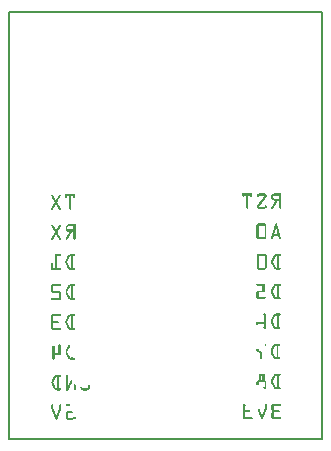
<source format=gbo>
G04 MADE WITH FRITZING*
G04 WWW.FRITZING.ORG*
G04 DOUBLE SIDED*
G04 HOLES PLATED*
G04 CONTOUR ON CENTER OF CONTOUR VECTOR*
%ASAXBY*%
%FSLAX23Y23*%
%MOIN*%
%OFA0B0*%
%SFA1.0B1.0*%
%ADD10R,1.050560X1.432850X1.034560X1.416850*%
%ADD11C,0.008000*%
%ADD12R,0.001000X0.001000*%
%LNSILK0*%
G90*
G70*
G54D11*
X4Y1429D02*
X1047Y1429D01*
X1047Y4D01*
X4Y4D01*
X4Y1429D01*
D02*
G54D12*
X782Y822D02*
X814Y822D01*
X837Y822D02*
X857Y822D01*
X886Y822D02*
X911Y822D01*
X782Y821D02*
X814Y821D01*
X835Y821D02*
X859Y821D01*
X884Y821D02*
X911Y821D01*
X782Y820D02*
X814Y820D01*
X833Y820D02*
X860Y820D01*
X882Y820D02*
X911Y820D01*
X146Y819D02*
X147Y819D01*
X173Y819D02*
X174Y819D01*
X192Y819D02*
X224Y819D01*
X782Y819D02*
X814Y819D01*
X832Y819D02*
X861Y819D01*
X881Y819D02*
X911Y819D01*
X145Y818D02*
X149Y818D01*
X171Y818D02*
X175Y818D01*
X192Y818D02*
X224Y818D01*
X782Y818D02*
X814Y818D01*
X832Y818D02*
X862Y818D01*
X880Y818D02*
X911Y818D01*
X144Y817D02*
X149Y817D01*
X170Y817D02*
X176Y817D01*
X192Y817D02*
X224Y817D01*
X782Y817D02*
X814Y817D01*
X831Y817D02*
X862Y817D01*
X880Y817D02*
X911Y817D01*
X144Y816D02*
X150Y816D01*
X170Y816D02*
X176Y816D01*
X192Y816D02*
X224Y816D01*
X782Y816D02*
X814Y816D01*
X831Y816D02*
X862Y816D01*
X879Y816D02*
X911Y816D01*
X144Y815D02*
X151Y815D01*
X169Y815D02*
X176Y815D01*
X192Y815D02*
X224Y815D01*
X782Y815D02*
X788Y815D01*
X795Y815D02*
X801Y815D01*
X809Y815D02*
X814Y815D01*
X831Y815D02*
X837Y815D01*
X857Y815D02*
X863Y815D01*
X879Y815D02*
X886Y815D01*
X905Y815D02*
X911Y815D01*
X144Y814D02*
X151Y814D01*
X169Y814D02*
X175Y814D01*
X192Y814D02*
X224Y814D01*
X782Y814D02*
X788Y814D01*
X795Y814D02*
X801Y814D01*
X809Y814D02*
X814Y814D01*
X830Y814D02*
X836Y814D01*
X856Y814D02*
X862Y814D01*
X879Y814D02*
X885Y814D01*
X905Y814D02*
X911Y814D01*
X145Y813D02*
X152Y813D01*
X168Y813D02*
X175Y813D01*
X192Y813D02*
X224Y813D01*
X782Y813D02*
X788Y813D01*
X795Y813D02*
X801Y813D01*
X809Y813D02*
X814Y813D01*
X830Y813D02*
X836Y813D01*
X856Y813D02*
X862Y813D01*
X879Y813D02*
X884Y813D01*
X905Y813D02*
X911Y813D01*
X146Y812D02*
X152Y812D01*
X167Y812D02*
X174Y812D01*
X192Y812D02*
X198Y812D01*
X205Y812D02*
X211Y812D01*
X218Y812D02*
X224Y812D01*
X783Y812D02*
X788Y812D01*
X795Y812D02*
X801Y812D01*
X809Y812D02*
X814Y812D01*
X831Y812D02*
X836Y812D01*
X855Y812D02*
X862Y812D01*
X879Y812D02*
X884Y812D01*
X905Y812D02*
X911Y812D01*
X146Y811D02*
X153Y811D01*
X167Y811D02*
X174Y811D01*
X192Y811D02*
X198Y811D01*
X205Y811D02*
X211Y811D01*
X218Y811D02*
X224Y811D01*
X783Y811D02*
X787Y811D01*
X795Y811D02*
X801Y811D01*
X810Y811D02*
X813Y811D01*
X832Y811D02*
X835Y811D01*
X854Y811D02*
X861Y811D01*
X878Y811D02*
X884Y811D01*
X905Y811D02*
X911Y811D01*
X147Y810D02*
X154Y810D01*
X166Y810D02*
X173Y810D01*
X192Y810D02*
X198Y810D01*
X205Y810D02*
X211Y810D01*
X218Y810D02*
X224Y810D01*
X795Y810D02*
X801Y810D01*
X853Y810D02*
X861Y810D01*
X878Y810D02*
X884Y810D01*
X905Y810D02*
X911Y810D01*
X147Y809D02*
X154Y809D01*
X166Y809D02*
X173Y809D01*
X192Y809D02*
X197Y809D01*
X205Y809D02*
X211Y809D01*
X219Y809D02*
X224Y809D01*
X795Y809D02*
X801Y809D01*
X852Y809D02*
X860Y809D01*
X879Y809D02*
X884Y809D01*
X905Y809D02*
X911Y809D01*
X148Y808D02*
X155Y808D01*
X165Y808D02*
X172Y808D01*
X193Y808D02*
X197Y808D01*
X205Y808D02*
X211Y808D01*
X219Y808D02*
X223Y808D01*
X795Y808D02*
X801Y808D01*
X852Y808D02*
X859Y808D01*
X879Y808D02*
X884Y808D01*
X905Y808D02*
X911Y808D01*
X148Y807D02*
X155Y807D01*
X165Y807D02*
X171Y807D01*
X194Y807D02*
X195Y807D01*
X205Y807D02*
X211Y807D01*
X221Y807D02*
X222Y807D01*
X795Y807D02*
X801Y807D01*
X851Y807D02*
X859Y807D01*
X879Y807D02*
X885Y807D01*
X905Y807D02*
X911Y807D01*
X149Y806D02*
X156Y806D01*
X164Y806D02*
X171Y806D01*
X205Y806D02*
X211Y806D01*
X795Y806D02*
X801Y806D01*
X850Y806D02*
X858Y806D01*
X879Y806D02*
X886Y806D01*
X905Y806D02*
X911Y806D01*
X150Y805D02*
X156Y805D01*
X163Y805D02*
X170Y805D01*
X205Y805D02*
X211Y805D01*
X795Y805D02*
X801Y805D01*
X849Y805D02*
X857Y805D01*
X879Y805D02*
X911Y805D01*
X150Y804D02*
X157Y804D01*
X163Y804D02*
X170Y804D01*
X205Y804D02*
X211Y804D01*
X795Y804D02*
X801Y804D01*
X849Y804D02*
X856Y804D01*
X880Y804D02*
X911Y804D01*
X151Y803D02*
X158Y803D01*
X162Y803D02*
X169Y803D01*
X205Y803D02*
X211Y803D01*
X795Y803D02*
X801Y803D01*
X848Y803D02*
X855Y803D01*
X880Y803D02*
X911Y803D01*
X151Y802D02*
X158Y802D01*
X162Y802D02*
X168Y802D01*
X205Y802D02*
X211Y802D01*
X795Y802D02*
X801Y802D01*
X847Y802D02*
X855Y802D01*
X881Y802D02*
X911Y802D01*
X152Y801D02*
X159Y801D01*
X161Y801D02*
X168Y801D01*
X205Y801D02*
X211Y801D01*
X795Y801D02*
X801Y801D01*
X846Y801D02*
X854Y801D01*
X882Y801D02*
X911Y801D01*
X153Y800D02*
X167Y800D01*
X205Y800D02*
X211Y800D01*
X795Y800D02*
X801Y800D01*
X845Y800D02*
X853Y800D01*
X884Y800D02*
X911Y800D01*
X153Y799D02*
X167Y799D01*
X205Y799D02*
X211Y799D01*
X795Y799D02*
X801Y799D01*
X845Y799D02*
X852Y799D01*
X886Y799D02*
X911Y799D01*
X154Y798D02*
X166Y798D01*
X205Y798D02*
X211Y798D01*
X795Y798D02*
X801Y798D01*
X844Y798D02*
X852Y798D01*
X892Y798D02*
X899Y798D01*
X905Y798D02*
X911Y798D01*
X154Y797D02*
X166Y797D01*
X205Y797D02*
X211Y797D01*
X795Y797D02*
X801Y797D01*
X843Y797D02*
X851Y797D01*
X891Y797D02*
X898Y797D01*
X905Y797D02*
X911Y797D01*
X155Y796D02*
X165Y796D01*
X205Y796D02*
X211Y796D01*
X795Y796D02*
X801Y796D01*
X842Y796D02*
X850Y796D01*
X891Y796D02*
X898Y796D01*
X905Y796D02*
X911Y796D01*
X155Y795D02*
X164Y795D01*
X205Y795D02*
X211Y795D01*
X795Y795D02*
X801Y795D01*
X842Y795D02*
X849Y795D01*
X890Y795D02*
X897Y795D01*
X905Y795D02*
X911Y795D01*
X156Y794D02*
X164Y794D01*
X205Y794D02*
X211Y794D01*
X795Y794D02*
X801Y794D01*
X841Y794D02*
X848Y794D01*
X890Y794D02*
X897Y794D01*
X905Y794D02*
X911Y794D01*
X156Y793D02*
X163Y793D01*
X205Y793D02*
X211Y793D01*
X795Y793D02*
X801Y793D01*
X840Y793D02*
X848Y793D01*
X889Y793D02*
X896Y793D01*
X905Y793D02*
X911Y793D01*
X156Y792D02*
X164Y792D01*
X205Y792D02*
X211Y792D01*
X795Y792D02*
X801Y792D01*
X839Y792D02*
X847Y792D01*
X889Y792D02*
X895Y792D01*
X905Y792D02*
X911Y792D01*
X155Y791D02*
X165Y791D01*
X205Y791D02*
X211Y791D01*
X795Y791D02*
X801Y791D01*
X838Y791D02*
X846Y791D01*
X888Y791D02*
X895Y791D01*
X905Y791D02*
X911Y791D01*
X155Y790D02*
X165Y790D01*
X205Y790D02*
X211Y790D01*
X795Y790D02*
X801Y790D01*
X838Y790D02*
X845Y790D01*
X887Y790D02*
X894Y790D01*
X905Y790D02*
X911Y790D01*
X154Y789D02*
X166Y789D01*
X205Y789D02*
X211Y789D01*
X795Y789D02*
X801Y789D01*
X837Y789D02*
X845Y789D01*
X887Y789D02*
X894Y789D01*
X905Y789D02*
X911Y789D01*
X153Y788D02*
X166Y788D01*
X205Y788D02*
X211Y788D01*
X795Y788D02*
X801Y788D01*
X836Y788D02*
X844Y788D01*
X886Y788D02*
X893Y788D01*
X905Y788D02*
X911Y788D01*
X153Y787D02*
X167Y787D01*
X205Y787D02*
X211Y787D01*
X795Y787D02*
X801Y787D01*
X835Y787D02*
X843Y787D01*
X886Y787D02*
X892Y787D01*
X905Y787D02*
X911Y787D01*
X152Y786D02*
X159Y786D01*
X161Y786D02*
X168Y786D01*
X205Y786D02*
X211Y786D01*
X795Y786D02*
X801Y786D01*
X835Y786D02*
X842Y786D01*
X885Y786D02*
X892Y786D01*
X905Y786D02*
X911Y786D01*
X152Y785D02*
X158Y785D01*
X161Y785D02*
X168Y785D01*
X205Y785D02*
X211Y785D01*
X795Y785D02*
X801Y785D01*
X834Y785D02*
X841Y785D01*
X884Y785D02*
X891Y785D01*
X905Y785D02*
X911Y785D01*
X151Y784D02*
X158Y784D01*
X162Y784D02*
X169Y784D01*
X205Y784D02*
X211Y784D01*
X795Y784D02*
X801Y784D01*
X833Y784D02*
X841Y784D01*
X884Y784D02*
X891Y784D01*
X905Y784D02*
X911Y784D01*
X151Y783D02*
X157Y783D01*
X162Y783D02*
X169Y783D01*
X205Y783D02*
X211Y783D01*
X795Y783D02*
X801Y783D01*
X832Y783D02*
X840Y783D01*
X883Y783D02*
X890Y783D01*
X905Y783D02*
X911Y783D01*
X150Y782D02*
X157Y782D01*
X163Y782D02*
X170Y782D01*
X205Y782D02*
X211Y782D01*
X795Y782D02*
X801Y782D01*
X832Y782D02*
X839Y782D01*
X858Y782D02*
X861Y782D01*
X883Y782D02*
X890Y782D01*
X905Y782D02*
X911Y782D01*
X149Y781D02*
X156Y781D01*
X164Y781D02*
X170Y781D01*
X205Y781D02*
X211Y781D01*
X795Y781D02*
X801Y781D01*
X831Y781D02*
X838Y781D01*
X857Y781D02*
X862Y781D01*
X882Y781D02*
X889Y781D01*
X905Y781D02*
X911Y781D01*
X149Y780D02*
X156Y780D01*
X164Y780D02*
X171Y780D01*
X205Y780D02*
X211Y780D01*
X795Y780D02*
X801Y780D01*
X831Y780D02*
X838Y780D01*
X857Y780D02*
X862Y780D01*
X882Y780D02*
X888Y780D01*
X905Y780D02*
X911Y780D01*
X148Y779D02*
X155Y779D01*
X165Y779D02*
X172Y779D01*
X205Y779D02*
X211Y779D01*
X795Y779D02*
X801Y779D01*
X831Y779D02*
X837Y779D01*
X857Y779D02*
X862Y779D01*
X881Y779D02*
X888Y779D01*
X905Y779D02*
X911Y779D01*
X148Y778D02*
X154Y778D01*
X165Y778D02*
X172Y778D01*
X205Y778D02*
X211Y778D01*
X795Y778D02*
X801Y778D01*
X830Y778D02*
X836Y778D01*
X856Y778D02*
X862Y778D01*
X880Y778D02*
X887Y778D01*
X905Y778D02*
X911Y778D01*
X147Y777D02*
X154Y777D01*
X166Y777D02*
X173Y777D01*
X205Y777D02*
X211Y777D01*
X795Y777D02*
X801Y777D01*
X831Y777D02*
X862Y777D01*
X880Y777D02*
X887Y777D01*
X905Y777D02*
X911Y777D01*
X146Y776D02*
X153Y776D01*
X167Y776D02*
X173Y776D01*
X205Y776D02*
X211Y776D01*
X795Y776D02*
X801Y776D01*
X831Y776D02*
X862Y776D01*
X879Y776D02*
X886Y776D01*
X905Y776D02*
X911Y776D01*
X146Y775D02*
X153Y775D01*
X167Y775D02*
X174Y775D01*
X205Y775D02*
X211Y775D01*
X795Y775D02*
X801Y775D01*
X831Y775D02*
X861Y775D01*
X879Y775D02*
X885Y775D01*
X905Y775D02*
X911Y775D01*
X145Y774D02*
X152Y774D01*
X168Y774D02*
X175Y774D01*
X205Y774D02*
X211Y774D01*
X795Y774D02*
X801Y774D01*
X832Y774D02*
X861Y774D01*
X879Y774D02*
X885Y774D01*
X905Y774D02*
X911Y774D01*
X145Y773D02*
X151Y773D01*
X168Y773D02*
X175Y773D01*
X205Y773D02*
X211Y773D01*
X796Y773D02*
X801Y773D01*
X832Y773D02*
X860Y773D01*
X879Y773D02*
X884Y773D01*
X905Y773D02*
X911Y773D01*
X144Y772D02*
X151Y772D01*
X169Y772D02*
X176Y772D01*
X205Y772D02*
X211Y772D01*
X796Y772D02*
X801Y772D01*
X833Y772D02*
X858Y772D01*
X879Y772D02*
X884Y772D01*
X906Y772D02*
X910Y772D01*
X144Y771D02*
X150Y771D01*
X169Y771D02*
X176Y771D01*
X205Y771D02*
X211Y771D01*
X797Y771D02*
X799Y771D01*
X835Y771D02*
X856Y771D01*
X880Y771D02*
X883Y771D01*
X907Y771D02*
X909Y771D01*
X144Y770D02*
X150Y770D01*
X170Y770D02*
X176Y770D01*
X205Y770D02*
X211Y770D01*
X144Y769D02*
X149Y769D01*
X171Y769D02*
X175Y769D01*
X206Y769D02*
X210Y769D01*
X145Y768D02*
X148Y768D01*
X172Y768D02*
X175Y768D01*
X207Y768D02*
X210Y768D01*
X834Y722D02*
X857Y722D01*
X893Y722D02*
X895Y722D01*
X832Y721D02*
X859Y721D01*
X891Y721D02*
X896Y721D01*
X831Y720D02*
X860Y720D01*
X891Y720D02*
X896Y720D01*
X148Y719D02*
X148Y719D01*
X174Y719D02*
X174Y719D01*
X202Y719D02*
X225Y719D01*
X830Y719D02*
X860Y719D01*
X891Y719D02*
X897Y719D01*
X146Y718D02*
X149Y718D01*
X172Y718D02*
X176Y718D01*
X198Y718D02*
X225Y718D01*
X830Y718D02*
X861Y718D01*
X890Y718D02*
X897Y718D01*
X145Y717D02*
X150Y717D01*
X171Y717D02*
X176Y717D01*
X197Y717D02*
X225Y717D01*
X829Y717D02*
X861Y717D01*
X890Y717D02*
X897Y717D01*
X145Y716D02*
X151Y716D01*
X171Y716D02*
X177Y716D01*
X196Y716D02*
X225Y716D01*
X829Y716D02*
X861Y716D01*
X890Y716D02*
X897Y716D01*
X145Y715D02*
X151Y715D01*
X170Y715D02*
X177Y715D01*
X195Y715D02*
X225Y715D01*
X829Y715D02*
X835Y715D01*
X856Y715D02*
X861Y715D01*
X889Y715D02*
X898Y715D01*
X145Y714D02*
X152Y714D01*
X169Y714D02*
X176Y714D01*
X194Y714D02*
X225Y714D01*
X829Y714D02*
X835Y714D01*
X856Y714D02*
X861Y714D01*
X889Y714D02*
X898Y714D01*
X146Y713D02*
X152Y713D01*
X169Y713D02*
X176Y713D01*
X194Y713D02*
X225Y713D01*
X829Y713D02*
X835Y713D01*
X856Y713D02*
X861Y713D01*
X889Y713D02*
X898Y713D01*
X146Y712D02*
X153Y712D01*
X168Y712D02*
X175Y712D01*
X193Y712D02*
X200Y712D01*
X219Y712D02*
X225Y712D01*
X829Y712D02*
X835Y712D01*
X856Y712D02*
X861Y712D01*
X888Y712D02*
X899Y712D01*
X147Y711D02*
X154Y711D01*
X168Y711D02*
X175Y711D01*
X193Y711D02*
X199Y711D01*
X219Y711D02*
X225Y711D01*
X829Y711D02*
X835Y711D01*
X856Y711D02*
X861Y711D01*
X888Y711D02*
X899Y711D01*
X147Y710D02*
X154Y710D01*
X167Y710D02*
X174Y710D01*
X193Y710D02*
X199Y710D01*
X219Y710D02*
X225Y710D01*
X829Y710D02*
X835Y710D01*
X856Y710D02*
X861Y710D01*
X888Y710D02*
X899Y710D01*
X148Y709D02*
X155Y709D01*
X167Y709D02*
X173Y709D01*
X193Y709D02*
X198Y709D01*
X219Y709D02*
X225Y709D01*
X829Y709D02*
X835Y709D01*
X856Y709D02*
X861Y709D01*
X888Y709D02*
X899Y709D01*
X149Y708D02*
X155Y708D01*
X166Y708D02*
X173Y708D01*
X193Y708D02*
X198Y708D01*
X219Y708D02*
X225Y708D01*
X829Y708D02*
X835Y708D01*
X856Y708D02*
X861Y708D01*
X887Y708D02*
X900Y708D01*
X149Y707D02*
X156Y707D01*
X165Y707D02*
X172Y707D01*
X193Y707D02*
X198Y707D01*
X219Y707D02*
X225Y707D01*
X829Y707D02*
X835Y707D01*
X856Y707D02*
X861Y707D01*
X887Y707D02*
X900Y707D01*
X150Y706D02*
X157Y706D01*
X165Y706D02*
X172Y706D01*
X193Y706D02*
X198Y706D01*
X219Y706D02*
X225Y706D01*
X829Y706D02*
X835Y706D01*
X856Y706D02*
X861Y706D01*
X887Y706D02*
X900Y706D01*
X150Y705D02*
X157Y705D01*
X164Y705D02*
X171Y705D01*
X193Y705D02*
X199Y705D01*
X219Y705D02*
X225Y705D01*
X829Y705D02*
X835Y705D01*
X856Y705D02*
X861Y705D01*
X886Y705D02*
X892Y705D01*
X895Y705D02*
X901Y705D01*
X151Y704D02*
X158Y704D01*
X164Y704D02*
X170Y704D01*
X193Y704D02*
X199Y704D01*
X219Y704D02*
X225Y704D01*
X829Y704D02*
X835Y704D01*
X856Y704D02*
X861Y704D01*
X886Y704D02*
X892Y704D01*
X895Y704D02*
X901Y704D01*
X151Y703D02*
X158Y703D01*
X163Y703D02*
X170Y703D01*
X193Y703D02*
X200Y703D01*
X219Y703D02*
X225Y703D01*
X829Y703D02*
X835Y703D01*
X856Y703D02*
X861Y703D01*
X886Y703D02*
X892Y703D01*
X895Y703D02*
X901Y703D01*
X152Y702D02*
X159Y702D01*
X162Y702D02*
X169Y702D01*
X193Y702D02*
X225Y702D01*
X829Y702D02*
X835Y702D01*
X856Y702D02*
X861Y702D01*
X886Y702D02*
X892Y702D01*
X896Y702D02*
X902Y702D01*
X153Y701D02*
X159Y701D01*
X162Y701D02*
X169Y701D01*
X194Y701D02*
X225Y701D01*
X829Y701D02*
X835Y701D01*
X856Y701D02*
X861Y701D01*
X885Y701D02*
X891Y701D01*
X896Y701D02*
X902Y701D01*
X153Y700D02*
X168Y700D01*
X194Y700D02*
X225Y700D01*
X829Y700D02*
X835Y700D01*
X856Y700D02*
X861Y700D01*
X885Y700D02*
X891Y700D01*
X896Y700D02*
X902Y700D01*
X154Y699D02*
X168Y699D01*
X195Y699D02*
X225Y699D01*
X829Y699D02*
X835Y699D01*
X856Y699D02*
X861Y699D01*
X885Y699D02*
X891Y699D01*
X896Y699D02*
X902Y699D01*
X154Y698D02*
X167Y698D01*
X196Y698D02*
X225Y698D01*
X829Y698D02*
X835Y698D01*
X856Y698D02*
X861Y698D01*
X884Y698D02*
X890Y698D01*
X897Y698D02*
X903Y698D01*
X155Y697D02*
X166Y697D01*
X197Y697D02*
X225Y697D01*
X829Y697D02*
X835Y697D01*
X856Y697D02*
X861Y697D01*
X884Y697D02*
X890Y697D01*
X897Y697D02*
X903Y697D01*
X156Y696D02*
X166Y696D01*
X199Y696D02*
X225Y696D01*
X829Y696D02*
X835Y696D01*
X856Y696D02*
X861Y696D01*
X884Y696D02*
X890Y696D01*
X897Y696D02*
X903Y696D01*
X156Y695D02*
X165Y695D01*
X206Y695D02*
X213Y695D01*
X219Y695D02*
X225Y695D01*
X829Y695D02*
X835Y695D01*
X856Y695D02*
X861Y695D01*
X884Y695D02*
X890Y695D01*
X898Y695D02*
X904Y695D01*
X157Y694D02*
X165Y694D01*
X206Y694D02*
X213Y694D01*
X219Y694D02*
X225Y694D01*
X829Y694D02*
X835Y694D01*
X856Y694D02*
X861Y694D01*
X883Y694D02*
X889Y694D01*
X898Y694D02*
X904Y694D01*
X157Y693D02*
X164Y693D01*
X205Y693D02*
X212Y693D01*
X219Y693D02*
X225Y693D01*
X829Y693D02*
X835Y693D01*
X856Y693D02*
X861Y693D01*
X883Y693D02*
X889Y693D01*
X898Y693D02*
X904Y693D01*
X157Y692D02*
X165Y692D01*
X205Y692D02*
X212Y692D01*
X219Y692D02*
X225Y692D01*
X829Y692D02*
X835Y692D01*
X856Y692D02*
X861Y692D01*
X883Y692D02*
X889Y692D01*
X898Y692D02*
X904Y692D01*
X156Y691D02*
X165Y691D01*
X204Y691D02*
X211Y691D01*
X219Y691D02*
X225Y691D01*
X829Y691D02*
X835Y691D01*
X856Y691D02*
X861Y691D01*
X882Y691D02*
X888Y691D01*
X899Y691D02*
X905Y691D01*
X155Y690D02*
X166Y690D01*
X204Y690D02*
X210Y690D01*
X219Y690D02*
X225Y690D01*
X829Y690D02*
X835Y690D01*
X856Y690D02*
X861Y690D01*
X882Y690D02*
X888Y690D01*
X899Y690D02*
X905Y690D01*
X155Y689D02*
X166Y689D01*
X203Y689D02*
X210Y689D01*
X219Y689D02*
X225Y689D01*
X829Y689D02*
X835Y689D01*
X856Y689D02*
X861Y689D01*
X882Y689D02*
X888Y689D01*
X899Y689D02*
X905Y689D01*
X154Y688D02*
X167Y688D01*
X202Y688D02*
X209Y688D01*
X219Y688D02*
X225Y688D01*
X829Y688D02*
X835Y688D01*
X856Y688D02*
X861Y688D01*
X881Y688D02*
X906Y688D01*
X154Y687D02*
X168Y687D01*
X202Y687D02*
X209Y687D01*
X219Y687D02*
X225Y687D01*
X829Y687D02*
X835Y687D01*
X856Y687D02*
X861Y687D01*
X881Y687D02*
X906Y687D01*
X153Y686D02*
X168Y686D01*
X201Y686D02*
X208Y686D01*
X219Y686D02*
X225Y686D01*
X829Y686D02*
X835Y686D01*
X856Y686D02*
X861Y686D01*
X881Y686D02*
X906Y686D01*
X153Y685D02*
X159Y685D01*
X162Y685D02*
X169Y685D01*
X201Y685D02*
X207Y685D01*
X219Y685D02*
X225Y685D01*
X829Y685D02*
X835Y685D01*
X856Y685D02*
X861Y685D01*
X881Y685D02*
X906Y685D01*
X152Y684D02*
X159Y684D01*
X163Y684D02*
X169Y684D01*
X200Y684D02*
X207Y684D01*
X219Y684D02*
X225Y684D01*
X829Y684D02*
X835Y684D01*
X856Y684D02*
X861Y684D01*
X880Y684D02*
X907Y684D01*
X151Y683D02*
X158Y683D01*
X163Y683D02*
X170Y683D01*
X199Y683D02*
X206Y683D01*
X219Y683D02*
X225Y683D01*
X829Y683D02*
X835Y683D01*
X856Y683D02*
X861Y683D01*
X880Y683D02*
X907Y683D01*
X151Y682D02*
X158Y682D01*
X164Y682D02*
X171Y682D01*
X199Y682D02*
X206Y682D01*
X219Y682D02*
X225Y682D01*
X829Y682D02*
X835Y682D01*
X856Y682D02*
X861Y682D01*
X880Y682D02*
X907Y682D01*
X150Y681D02*
X157Y681D01*
X164Y681D02*
X171Y681D01*
X198Y681D02*
X205Y681D01*
X219Y681D02*
X225Y681D01*
X829Y681D02*
X835Y681D01*
X856Y681D02*
X861Y681D01*
X879Y681D02*
X885Y681D01*
X902Y681D02*
X908Y681D01*
X150Y680D02*
X156Y680D01*
X165Y680D02*
X172Y680D01*
X198Y680D02*
X205Y680D01*
X219Y680D02*
X225Y680D01*
X829Y680D02*
X835Y680D01*
X856Y680D02*
X861Y680D01*
X879Y680D02*
X885Y680D01*
X902Y680D02*
X908Y680D01*
X149Y679D02*
X156Y679D01*
X165Y679D02*
X172Y679D01*
X197Y679D02*
X204Y679D01*
X219Y679D02*
X225Y679D01*
X829Y679D02*
X835Y679D01*
X856Y679D02*
X861Y679D01*
X879Y679D02*
X885Y679D01*
X902Y679D02*
X908Y679D01*
X148Y678D02*
X155Y678D01*
X166Y678D02*
X173Y678D01*
X197Y678D02*
X203Y678D01*
X219Y678D02*
X225Y678D01*
X829Y678D02*
X835Y678D01*
X856Y678D02*
X861Y678D01*
X879Y678D02*
X884Y678D01*
X903Y678D02*
X909Y678D01*
X148Y677D02*
X155Y677D01*
X167Y677D02*
X174Y677D01*
X196Y677D02*
X203Y677D01*
X219Y677D02*
X225Y677D01*
X829Y677D02*
X861Y677D01*
X878Y677D02*
X884Y677D01*
X903Y677D02*
X909Y677D01*
X147Y676D02*
X154Y676D01*
X167Y676D02*
X174Y676D01*
X195Y676D02*
X202Y676D01*
X219Y676D02*
X225Y676D01*
X829Y676D02*
X861Y676D01*
X878Y676D02*
X884Y676D01*
X903Y676D02*
X909Y676D01*
X147Y675D02*
X153Y675D01*
X168Y675D02*
X175Y675D01*
X195Y675D02*
X202Y675D01*
X219Y675D02*
X225Y675D01*
X830Y675D02*
X861Y675D01*
X878Y675D02*
X884Y675D01*
X903Y675D02*
X909Y675D01*
X146Y674D02*
X153Y674D01*
X168Y674D02*
X175Y674D01*
X194Y674D02*
X201Y674D01*
X219Y674D02*
X225Y674D01*
X830Y674D02*
X861Y674D01*
X877Y674D02*
X883Y674D01*
X904Y674D02*
X910Y674D01*
X145Y673D02*
X152Y673D01*
X169Y673D02*
X176Y673D01*
X194Y673D02*
X200Y673D01*
X219Y673D02*
X225Y673D01*
X831Y673D02*
X860Y673D01*
X878Y673D02*
X883Y673D01*
X904Y673D02*
X910Y673D01*
X145Y672D02*
X152Y672D01*
X170Y672D02*
X176Y672D01*
X193Y672D02*
X200Y672D01*
X219Y672D02*
X225Y672D01*
X832Y672D02*
X859Y672D01*
X878Y672D02*
X883Y672D01*
X905Y672D02*
X909Y672D01*
X145Y671D02*
X151Y671D01*
X170Y671D02*
X177Y671D01*
X193Y671D02*
X199Y671D01*
X219Y671D02*
X225Y671D01*
X833Y671D02*
X857Y671D01*
X879Y671D02*
X882Y671D01*
X906Y671D02*
X908Y671D01*
X145Y670D02*
X151Y670D01*
X171Y670D02*
X177Y670D01*
X193Y670D02*
X199Y670D01*
X219Y670D02*
X225Y670D01*
X145Y669D02*
X150Y669D01*
X171Y669D02*
X176Y669D01*
X193Y669D02*
X198Y669D01*
X220Y669D02*
X224Y669D01*
X146Y668D02*
X149Y668D01*
X172Y668D02*
X176Y668D01*
X194Y668D02*
X197Y668D01*
X220Y668D02*
X224Y668D01*
X834Y620D02*
X858Y620D01*
X892Y620D02*
X909Y620D01*
X157Y619D02*
X175Y619D01*
X206Y619D02*
X223Y619D01*
X832Y619D02*
X860Y619D01*
X890Y619D02*
X910Y619D01*
X157Y618D02*
X175Y618D01*
X204Y618D02*
X224Y618D01*
X832Y618D02*
X861Y618D01*
X889Y618D02*
X910Y618D01*
X157Y617D02*
X176Y617D01*
X203Y617D02*
X224Y617D01*
X831Y617D02*
X861Y617D01*
X888Y617D02*
X910Y617D01*
X157Y616D02*
X176Y616D01*
X202Y616D02*
X224Y616D01*
X830Y616D02*
X862Y616D01*
X887Y616D02*
X910Y616D01*
X157Y615D02*
X176Y615D01*
X201Y615D02*
X224Y615D01*
X830Y615D02*
X862Y615D01*
X887Y615D02*
X909Y615D01*
X157Y614D02*
X175Y614D01*
X200Y614D02*
X223Y614D01*
X830Y614D02*
X862Y614D01*
X886Y614D02*
X907Y614D01*
X157Y613D02*
X163Y613D01*
X200Y613D02*
X208Y613D01*
X211Y613D02*
X218Y613D01*
X830Y613D02*
X836Y613D01*
X856Y613D02*
X862Y613D01*
X886Y613D02*
X892Y613D01*
X898Y613D02*
X904Y613D01*
X157Y612D02*
X163Y612D01*
X199Y612D02*
X206Y612D01*
X212Y612D02*
X218Y612D01*
X830Y612D02*
X836Y612D01*
X856Y612D02*
X862Y612D01*
X885Y612D02*
X892Y612D01*
X898Y612D02*
X904Y612D01*
X157Y611D02*
X163Y611D01*
X199Y611D02*
X205Y611D01*
X212Y611D02*
X218Y611D01*
X830Y611D02*
X836Y611D01*
X856Y611D02*
X862Y611D01*
X885Y611D02*
X891Y611D01*
X898Y611D02*
X904Y611D01*
X157Y610D02*
X163Y610D01*
X198Y610D02*
X205Y610D01*
X212Y610D02*
X218Y610D01*
X830Y610D02*
X836Y610D01*
X856Y610D02*
X862Y610D01*
X884Y610D02*
X891Y610D01*
X898Y610D02*
X904Y610D01*
X157Y609D02*
X163Y609D01*
X198Y609D02*
X204Y609D01*
X212Y609D02*
X218Y609D01*
X830Y609D02*
X836Y609D01*
X856Y609D02*
X862Y609D01*
X884Y609D02*
X890Y609D01*
X898Y609D02*
X904Y609D01*
X157Y608D02*
X163Y608D01*
X197Y608D02*
X204Y608D01*
X212Y608D02*
X218Y608D01*
X830Y608D02*
X836Y608D01*
X856Y608D02*
X862Y608D01*
X883Y608D02*
X890Y608D01*
X898Y608D02*
X904Y608D01*
X157Y607D02*
X163Y607D01*
X197Y607D02*
X203Y607D01*
X212Y607D02*
X218Y607D01*
X830Y607D02*
X836Y607D01*
X856Y607D02*
X862Y607D01*
X883Y607D02*
X889Y607D01*
X898Y607D02*
X904Y607D01*
X157Y606D02*
X163Y606D01*
X196Y606D02*
X203Y606D01*
X212Y606D02*
X218Y606D01*
X830Y606D02*
X836Y606D01*
X856Y606D02*
X862Y606D01*
X882Y606D02*
X889Y606D01*
X898Y606D02*
X904Y606D01*
X157Y605D02*
X163Y605D01*
X196Y605D02*
X202Y605D01*
X212Y605D02*
X218Y605D01*
X830Y605D02*
X836Y605D01*
X856Y605D02*
X862Y605D01*
X882Y605D02*
X888Y605D01*
X898Y605D02*
X904Y605D01*
X157Y604D02*
X163Y604D01*
X195Y604D02*
X202Y604D01*
X212Y604D02*
X218Y604D01*
X830Y604D02*
X836Y604D01*
X856Y604D02*
X862Y604D01*
X881Y604D02*
X888Y604D01*
X898Y604D02*
X904Y604D01*
X157Y603D02*
X163Y603D01*
X195Y603D02*
X201Y603D01*
X212Y603D02*
X218Y603D01*
X830Y603D02*
X836Y603D01*
X856Y603D02*
X862Y603D01*
X881Y603D02*
X887Y603D01*
X898Y603D02*
X904Y603D01*
X157Y602D02*
X163Y602D01*
X194Y602D02*
X201Y602D01*
X212Y602D02*
X218Y602D01*
X830Y602D02*
X836Y602D01*
X856Y602D02*
X862Y602D01*
X880Y602D02*
X887Y602D01*
X898Y602D02*
X904Y602D01*
X157Y601D02*
X163Y601D01*
X194Y601D02*
X200Y601D01*
X212Y601D02*
X218Y601D01*
X830Y601D02*
X836Y601D01*
X856Y601D02*
X862Y601D01*
X880Y601D02*
X886Y601D01*
X898Y601D02*
X904Y601D01*
X157Y600D02*
X163Y600D01*
X193Y600D02*
X200Y600D01*
X212Y600D02*
X218Y600D01*
X830Y600D02*
X836Y600D01*
X856Y600D02*
X862Y600D01*
X879Y600D02*
X886Y600D01*
X898Y600D02*
X904Y600D01*
X157Y599D02*
X163Y599D01*
X193Y599D02*
X199Y599D01*
X212Y599D02*
X218Y599D01*
X830Y599D02*
X836Y599D01*
X856Y599D02*
X862Y599D01*
X879Y599D02*
X885Y599D01*
X898Y599D02*
X904Y599D01*
X157Y598D02*
X163Y598D01*
X193Y598D02*
X199Y598D01*
X212Y598D02*
X218Y598D01*
X830Y598D02*
X836Y598D01*
X856Y598D02*
X862Y598D01*
X879Y598D02*
X885Y598D01*
X898Y598D02*
X904Y598D01*
X157Y597D02*
X163Y597D01*
X192Y597D02*
X198Y597D01*
X212Y597D02*
X218Y597D01*
X830Y597D02*
X836Y597D01*
X856Y597D02*
X862Y597D01*
X878Y597D02*
X884Y597D01*
X898Y597D02*
X904Y597D01*
X157Y596D02*
X163Y596D01*
X192Y596D02*
X198Y596D01*
X212Y596D02*
X218Y596D01*
X830Y596D02*
X836Y596D01*
X856Y596D02*
X862Y596D01*
X878Y596D02*
X884Y596D01*
X898Y596D02*
X904Y596D01*
X157Y595D02*
X163Y595D01*
X192Y595D02*
X198Y595D01*
X212Y595D02*
X218Y595D01*
X830Y595D02*
X836Y595D01*
X856Y595D02*
X862Y595D01*
X878Y595D02*
X884Y595D01*
X898Y595D02*
X904Y595D01*
X157Y594D02*
X163Y594D01*
X192Y594D02*
X198Y594D01*
X212Y594D02*
X218Y594D01*
X830Y594D02*
X836Y594D01*
X856Y594D02*
X862Y594D01*
X878Y594D02*
X884Y594D01*
X898Y594D02*
X904Y594D01*
X157Y593D02*
X163Y593D01*
X192Y593D02*
X198Y593D01*
X212Y593D02*
X218Y593D01*
X830Y593D02*
X836Y593D01*
X856Y593D02*
X862Y593D01*
X878Y593D02*
X884Y593D01*
X898Y593D02*
X904Y593D01*
X157Y592D02*
X163Y592D01*
X192Y592D02*
X198Y592D01*
X212Y592D02*
X218Y592D01*
X830Y592D02*
X836Y592D01*
X856Y592D02*
X862Y592D01*
X879Y592D02*
X884Y592D01*
X898Y592D02*
X904Y592D01*
X145Y591D02*
X148Y591D01*
X157Y591D02*
X163Y591D01*
X192Y591D02*
X198Y591D01*
X212Y591D02*
X218Y591D01*
X830Y591D02*
X836Y591D01*
X856Y591D02*
X862Y591D01*
X879Y591D02*
X885Y591D01*
X898Y591D02*
X904Y591D01*
X144Y590D02*
X149Y590D01*
X157Y590D02*
X163Y590D01*
X192Y590D02*
X199Y590D01*
X212Y590D02*
X218Y590D01*
X830Y590D02*
X836Y590D01*
X856Y590D02*
X862Y590D01*
X879Y590D02*
X885Y590D01*
X898Y590D02*
X904Y590D01*
X144Y589D02*
X149Y589D01*
X157Y589D02*
X163Y589D01*
X193Y589D02*
X199Y589D01*
X212Y589D02*
X218Y589D01*
X830Y589D02*
X836Y589D01*
X856Y589D02*
X862Y589D01*
X879Y589D02*
X886Y589D01*
X898Y589D02*
X904Y589D01*
X144Y588D02*
X150Y588D01*
X157Y588D02*
X163Y588D01*
X193Y588D02*
X200Y588D01*
X212Y588D02*
X218Y588D01*
X830Y588D02*
X836Y588D01*
X856Y588D02*
X862Y588D01*
X880Y588D02*
X886Y588D01*
X898Y588D02*
X904Y588D01*
X144Y587D02*
X150Y587D01*
X157Y587D02*
X163Y587D01*
X194Y587D02*
X200Y587D01*
X212Y587D02*
X218Y587D01*
X830Y587D02*
X836Y587D01*
X856Y587D02*
X862Y587D01*
X880Y587D02*
X887Y587D01*
X898Y587D02*
X904Y587D01*
X144Y586D02*
X150Y586D01*
X157Y586D02*
X163Y586D01*
X194Y586D02*
X201Y586D01*
X212Y586D02*
X218Y586D01*
X830Y586D02*
X836Y586D01*
X856Y586D02*
X862Y586D01*
X881Y586D02*
X887Y586D01*
X898Y586D02*
X904Y586D01*
X144Y585D02*
X150Y585D01*
X157Y585D02*
X163Y585D01*
X195Y585D02*
X201Y585D01*
X212Y585D02*
X218Y585D01*
X830Y585D02*
X836Y585D01*
X856Y585D02*
X862Y585D01*
X881Y585D02*
X888Y585D01*
X898Y585D02*
X904Y585D01*
X144Y584D02*
X150Y584D01*
X157Y584D02*
X163Y584D01*
X195Y584D02*
X202Y584D01*
X212Y584D02*
X218Y584D01*
X830Y584D02*
X836Y584D01*
X856Y584D02*
X862Y584D01*
X882Y584D02*
X888Y584D01*
X898Y584D02*
X904Y584D01*
X144Y583D02*
X150Y583D01*
X157Y583D02*
X163Y583D01*
X196Y583D02*
X202Y583D01*
X212Y583D02*
X218Y583D01*
X830Y583D02*
X836Y583D01*
X856Y583D02*
X862Y583D01*
X882Y583D02*
X889Y583D01*
X898Y583D02*
X904Y583D01*
X144Y582D02*
X150Y582D01*
X157Y582D02*
X163Y582D01*
X196Y582D02*
X203Y582D01*
X212Y582D02*
X218Y582D01*
X830Y582D02*
X836Y582D01*
X856Y582D02*
X862Y582D01*
X883Y582D02*
X889Y582D01*
X898Y582D02*
X904Y582D01*
X144Y581D02*
X150Y581D01*
X157Y581D02*
X163Y581D01*
X197Y581D02*
X203Y581D01*
X212Y581D02*
X218Y581D01*
X830Y581D02*
X836Y581D01*
X856Y581D02*
X862Y581D01*
X883Y581D02*
X890Y581D01*
X898Y581D02*
X904Y581D01*
X144Y580D02*
X150Y580D01*
X157Y580D02*
X163Y580D01*
X197Y580D02*
X204Y580D01*
X212Y580D02*
X218Y580D01*
X830Y580D02*
X836Y580D01*
X856Y580D02*
X862Y580D01*
X884Y580D02*
X890Y580D01*
X898Y580D02*
X904Y580D01*
X144Y579D02*
X150Y579D01*
X157Y579D02*
X163Y579D01*
X198Y579D02*
X204Y579D01*
X212Y579D02*
X218Y579D01*
X830Y579D02*
X836Y579D01*
X856Y579D02*
X862Y579D01*
X884Y579D02*
X891Y579D01*
X898Y579D02*
X904Y579D01*
X144Y578D02*
X150Y578D01*
X157Y578D02*
X163Y578D01*
X198Y578D02*
X205Y578D01*
X212Y578D02*
X218Y578D01*
X830Y578D02*
X836Y578D01*
X856Y578D02*
X862Y578D01*
X885Y578D02*
X891Y578D01*
X898Y578D02*
X904Y578D01*
X144Y577D02*
X150Y577D01*
X157Y577D02*
X163Y577D01*
X199Y577D02*
X205Y577D01*
X212Y577D02*
X218Y577D01*
X830Y577D02*
X836Y577D01*
X856Y577D02*
X862Y577D01*
X885Y577D02*
X892Y577D01*
X898Y577D02*
X904Y577D01*
X144Y576D02*
X150Y576D01*
X157Y576D02*
X163Y576D01*
X199Y576D02*
X206Y576D01*
X212Y576D02*
X218Y576D01*
X830Y576D02*
X836Y576D01*
X856Y576D02*
X862Y576D01*
X886Y576D02*
X893Y576D01*
X898Y576D02*
X904Y576D01*
X144Y575D02*
X150Y575D01*
X157Y575D02*
X163Y575D01*
X199Y575D02*
X207Y575D01*
X212Y575D02*
X218Y575D01*
X830Y575D02*
X862Y575D01*
X886Y575D02*
X909Y575D01*
X144Y574D02*
X174Y574D01*
X200Y574D02*
X222Y574D01*
X830Y574D02*
X862Y574D01*
X887Y574D02*
X910Y574D01*
X144Y573D02*
X175Y573D01*
X201Y573D02*
X223Y573D01*
X831Y573D02*
X862Y573D01*
X887Y573D02*
X910Y573D01*
X144Y572D02*
X176Y572D01*
X201Y572D02*
X224Y572D01*
X831Y572D02*
X861Y572D01*
X888Y572D02*
X910Y572D01*
X144Y571D02*
X176Y571D01*
X202Y571D02*
X224Y571D01*
X832Y571D02*
X860Y571D01*
X889Y571D02*
X910Y571D01*
X144Y570D02*
X176Y570D01*
X203Y570D02*
X224Y570D01*
X833Y570D02*
X859Y570D01*
X891Y570D02*
X910Y570D01*
X145Y569D02*
X175Y569D01*
X205Y569D02*
X223Y569D01*
X835Y569D02*
X857Y569D01*
X894Y569D02*
X908Y569D01*
X146Y568D02*
X174Y568D01*
X208Y568D02*
X222Y568D01*
X831Y521D02*
X855Y521D01*
X892Y521D02*
X908Y521D01*
X150Y520D02*
X173Y520D01*
X209Y520D02*
X221Y520D01*
X830Y520D02*
X855Y520D01*
X890Y520D02*
X909Y520D01*
X148Y519D02*
X175Y519D01*
X206Y519D02*
X224Y519D01*
X829Y519D02*
X855Y519D01*
X889Y519D02*
X909Y519D01*
X146Y518D02*
X176Y518D01*
X204Y518D02*
X224Y518D01*
X829Y518D02*
X855Y518D01*
X887Y518D02*
X910Y518D01*
X145Y517D02*
X176Y517D01*
X203Y517D02*
X224Y517D01*
X829Y517D02*
X855Y517D01*
X887Y517D02*
X909Y517D01*
X145Y516D02*
X176Y516D01*
X202Y516D02*
X224Y516D01*
X830Y516D02*
X855Y516D01*
X886Y516D02*
X909Y516D01*
X144Y515D02*
X176Y515D01*
X201Y515D02*
X224Y515D01*
X831Y515D02*
X855Y515D01*
X885Y515D02*
X908Y515D01*
X144Y514D02*
X175Y514D01*
X201Y514D02*
X223Y514D01*
X849Y514D02*
X855Y514D01*
X885Y514D02*
X892Y514D01*
X897Y514D02*
X903Y514D01*
X144Y513D02*
X150Y513D01*
X200Y513D02*
X207Y513D01*
X212Y513D02*
X218Y513D01*
X849Y513D02*
X855Y513D01*
X884Y513D02*
X891Y513D01*
X897Y513D02*
X903Y513D01*
X144Y512D02*
X150Y512D01*
X200Y512D02*
X206Y512D01*
X212Y512D02*
X218Y512D01*
X849Y512D02*
X855Y512D01*
X884Y512D02*
X891Y512D01*
X897Y512D02*
X903Y512D01*
X144Y511D02*
X150Y511D01*
X199Y511D02*
X206Y511D01*
X212Y511D02*
X218Y511D01*
X849Y511D02*
X855Y511D01*
X883Y511D02*
X890Y511D01*
X897Y511D02*
X903Y511D01*
X144Y510D02*
X150Y510D01*
X199Y510D02*
X205Y510D01*
X212Y510D02*
X218Y510D01*
X849Y510D02*
X855Y510D01*
X883Y510D02*
X890Y510D01*
X897Y510D02*
X903Y510D01*
X144Y509D02*
X150Y509D01*
X198Y509D02*
X205Y509D01*
X212Y509D02*
X218Y509D01*
X849Y509D02*
X855Y509D01*
X882Y509D02*
X889Y509D01*
X897Y509D02*
X903Y509D01*
X144Y508D02*
X150Y508D01*
X198Y508D02*
X204Y508D01*
X212Y508D02*
X218Y508D01*
X849Y508D02*
X855Y508D01*
X882Y508D02*
X888Y508D01*
X897Y508D02*
X903Y508D01*
X144Y507D02*
X150Y507D01*
X197Y507D02*
X204Y507D01*
X212Y507D02*
X218Y507D01*
X849Y507D02*
X855Y507D01*
X881Y507D02*
X888Y507D01*
X897Y507D02*
X903Y507D01*
X144Y506D02*
X150Y506D01*
X197Y506D02*
X203Y506D01*
X212Y506D02*
X218Y506D01*
X849Y506D02*
X855Y506D01*
X881Y506D02*
X887Y506D01*
X897Y506D02*
X903Y506D01*
X144Y505D02*
X150Y505D01*
X196Y505D02*
X203Y505D01*
X212Y505D02*
X218Y505D01*
X849Y505D02*
X855Y505D01*
X880Y505D02*
X887Y505D01*
X897Y505D02*
X903Y505D01*
X144Y504D02*
X150Y504D01*
X196Y504D02*
X202Y504D01*
X212Y504D02*
X218Y504D01*
X849Y504D02*
X855Y504D01*
X880Y504D02*
X886Y504D01*
X897Y504D02*
X903Y504D01*
X144Y503D02*
X150Y503D01*
X195Y503D02*
X202Y503D01*
X212Y503D02*
X218Y503D01*
X849Y503D02*
X855Y503D01*
X879Y503D02*
X886Y503D01*
X897Y503D02*
X903Y503D01*
X144Y502D02*
X150Y502D01*
X195Y502D02*
X201Y502D01*
X212Y502D02*
X218Y502D01*
X849Y502D02*
X855Y502D01*
X879Y502D02*
X885Y502D01*
X897Y502D02*
X903Y502D01*
X144Y501D02*
X150Y501D01*
X194Y501D02*
X201Y501D01*
X212Y501D02*
X218Y501D01*
X849Y501D02*
X855Y501D01*
X879Y501D02*
X885Y501D01*
X897Y501D02*
X903Y501D01*
X144Y500D02*
X150Y500D01*
X194Y500D02*
X200Y500D01*
X212Y500D02*
X218Y500D01*
X849Y500D02*
X855Y500D01*
X878Y500D02*
X884Y500D01*
X897Y500D02*
X903Y500D01*
X144Y499D02*
X150Y499D01*
X193Y499D02*
X200Y499D01*
X212Y499D02*
X218Y499D01*
X849Y499D02*
X855Y499D01*
X878Y499D02*
X884Y499D01*
X897Y499D02*
X903Y499D01*
X144Y498D02*
X150Y498D01*
X193Y498D02*
X199Y498D01*
X212Y498D02*
X218Y498D01*
X833Y498D02*
X855Y498D01*
X878Y498D02*
X884Y498D01*
X897Y498D02*
X903Y498D01*
X144Y497D02*
X172Y497D01*
X193Y497D02*
X199Y497D01*
X212Y497D02*
X218Y497D01*
X832Y497D02*
X855Y497D01*
X878Y497D02*
X883Y497D01*
X897Y497D02*
X903Y497D01*
X144Y496D02*
X174Y496D01*
X193Y496D02*
X198Y496D01*
X212Y496D02*
X218Y496D01*
X831Y496D02*
X855Y496D01*
X877Y496D02*
X883Y496D01*
X897Y496D02*
X903Y496D01*
X145Y495D02*
X175Y495D01*
X192Y495D02*
X198Y495D01*
X212Y495D02*
X218Y495D01*
X830Y495D02*
X855Y495D01*
X877Y495D02*
X883Y495D01*
X897Y495D02*
X903Y495D01*
X145Y494D02*
X175Y494D01*
X192Y494D02*
X198Y494D01*
X212Y494D02*
X218Y494D01*
X830Y494D02*
X855Y494D01*
X878Y494D02*
X883Y494D01*
X897Y494D02*
X903Y494D01*
X146Y493D02*
X176Y493D01*
X192Y493D02*
X198Y493D01*
X212Y493D02*
X218Y493D01*
X829Y493D02*
X855Y493D01*
X878Y493D02*
X884Y493D01*
X897Y493D02*
X903Y493D01*
X147Y492D02*
X176Y492D01*
X193Y492D02*
X198Y492D01*
X212Y492D02*
X218Y492D01*
X829Y492D02*
X835Y492D01*
X878Y492D02*
X884Y492D01*
X897Y492D02*
X903Y492D01*
X149Y491D02*
X176Y491D01*
X193Y491D02*
X199Y491D01*
X212Y491D02*
X218Y491D01*
X829Y491D02*
X835Y491D01*
X878Y491D02*
X884Y491D01*
X897Y491D02*
X903Y491D01*
X171Y490D02*
X176Y490D01*
X193Y490D02*
X199Y490D01*
X212Y490D02*
X218Y490D01*
X829Y490D02*
X835Y490D01*
X879Y490D02*
X885Y490D01*
X897Y490D02*
X903Y490D01*
X171Y489D02*
X176Y489D01*
X193Y489D02*
X200Y489D01*
X212Y489D02*
X218Y489D01*
X829Y489D02*
X835Y489D01*
X879Y489D02*
X885Y489D01*
X897Y489D02*
X903Y489D01*
X171Y488D02*
X176Y488D01*
X194Y488D02*
X200Y488D01*
X212Y488D02*
X218Y488D01*
X829Y488D02*
X835Y488D01*
X879Y488D02*
X886Y488D01*
X897Y488D02*
X903Y488D01*
X171Y487D02*
X176Y487D01*
X194Y487D02*
X201Y487D01*
X212Y487D02*
X218Y487D01*
X829Y487D02*
X835Y487D01*
X880Y487D02*
X886Y487D01*
X897Y487D02*
X903Y487D01*
X171Y486D02*
X176Y486D01*
X195Y486D02*
X201Y486D01*
X212Y486D02*
X218Y486D01*
X829Y486D02*
X835Y486D01*
X880Y486D02*
X887Y486D01*
X897Y486D02*
X903Y486D01*
X171Y485D02*
X176Y485D01*
X195Y485D02*
X202Y485D01*
X212Y485D02*
X218Y485D01*
X829Y485D02*
X835Y485D01*
X881Y485D02*
X887Y485D01*
X897Y485D02*
X903Y485D01*
X171Y484D02*
X176Y484D01*
X196Y484D02*
X202Y484D01*
X212Y484D02*
X218Y484D01*
X829Y484D02*
X835Y484D01*
X881Y484D02*
X888Y484D01*
X897Y484D02*
X903Y484D01*
X171Y483D02*
X176Y483D01*
X196Y483D02*
X203Y483D01*
X212Y483D02*
X218Y483D01*
X829Y483D02*
X835Y483D01*
X882Y483D02*
X888Y483D01*
X897Y483D02*
X903Y483D01*
X171Y482D02*
X176Y482D01*
X197Y482D02*
X203Y482D01*
X212Y482D02*
X218Y482D01*
X829Y482D02*
X835Y482D01*
X882Y482D02*
X889Y482D01*
X897Y482D02*
X903Y482D01*
X171Y481D02*
X176Y481D01*
X197Y481D02*
X204Y481D01*
X212Y481D02*
X218Y481D01*
X829Y481D02*
X835Y481D01*
X883Y481D02*
X889Y481D01*
X897Y481D02*
X903Y481D01*
X171Y480D02*
X176Y480D01*
X198Y480D02*
X204Y480D01*
X212Y480D02*
X218Y480D01*
X829Y480D02*
X835Y480D01*
X883Y480D02*
X890Y480D01*
X897Y480D02*
X903Y480D01*
X171Y479D02*
X176Y479D01*
X198Y479D02*
X205Y479D01*
X212Y479D02*
X218Y479D01*
X829Y479D02*
X835Y479D01*
X884Y479D02*
X890Y479D01*
X897Y479D02*
X903Y479D01*
X171Y478D02*
X176Y478D01*
X199Y478D02*
X205Y478D01*
X212Y478D02*
X218Y478D01*
X829Y478D02*
X835Y478D01*
X856Y478D02*
X860Y478D01*
X884Y478D02*
X891Y478D01*
X897Y478D02*
X903Y478D01*
X171Y477D02*
X176Y477D01*
X199Y477D02*
X206Y477D01*
X212Y477D02*
X218Y477D01*
X829Y477D02*
X835Y477D01*
X854Y477D02*
X861Y477D01*
X885Y477D02*
X892Y477D01*
X897Y477D02*
X903Y477D01*
X171Y476D02*
X176Y476D01*
X200Y476D02*
X206Y476D01*
X212Y476D02*
X218Y476D01*
X829Y476D02*
X861Y476D01*
X885Y476D02*
X907Y476D01*
X170Y475D02*
X176Y475D01*
X200Y475D02*
X208Y475D01*
X212Y475D02*
X218Y475D01*
X829Y475D02*
X861Y475D01*
X886Y475D02*
X909Y475D01*
X145Y474D02*
X176Y474D01*
X201Y474D02*
X223Y474D01*
X830Y474D02*
X861Y474D01*
X886Y474D02*
X909Y474D01*
X145Y473D02*
X176Y473D01*
X201Y473D02*
X224Y473D01*
X830Y473D02*
X860Y473D01*
X887Y473D02*
X910Y473D01*
X144Y472D02*
X176Y472D01*
X202Y472D02*
X224Y472D01*
X831Y472D02*
X858Y472D01*
X888Y472D02*
X909Y472D01*
X144Y471D02*
X176Y471D01*
X203Y471D02*
X224Y471D01*
X832Y471D02*
X856Y471D01*
X889Y471D02*
X909Y471D01*
X145Y470D02*
X176Y470D01*
X204Y470D02*
X224Y470D01*
X833Y470D02*
X853Y470D01*
X892Y470D02*
X908Y470D01*
X145Y469D02*
X176Y469D01*
X206Y469D02*
X223Y469D01*
X855Y422D02*
X858Y422D01*
X894Y422D02*
X906Y422D01*
X853Y421D02*
X860Y421D01*
X890Y421D02*
X908Y421D01*
X852Y420D02*
X860Y420D01*
X888Y420D02*
X908Y420D01*
X147Y419D02*
X175Y419D01*
X206Y419D02*
X223Y419D01*
X852Y419D02*
X861Y419D01*
X887Y419D02*
X909Y419D01*
X146Y418D02*
X175Y418D01*
X204Y418D02*
X224Y418D01*
X852Y418D02*
X861Y418D01*
X886Y418D02*
X909Y418D01*
X145Y417D02*
X176Y417D01*
X202Y417D02*
X224Y417D01*
X852Y417D02*
X861Y417D01*
X885Y417D02*
X908Y417D01*
X144Y416D02*
X176Y416D01*
X201Y416D02*
X224Y416D01*
X853Y416D02*
X861Y416D01*
X885Y416D02*
X907Y416D01*
X144Y415D02*
X175Y415D01*
X201Y415D02*
X224Y415D01*
X855Y415D02*
X861Y415D01*
X884Y415D02*
X892Y415D01*
X896Y415D02*
X902Y415D01*
X144Y414D02*
X175Y414D01*
X200Y414D02*
X223Y414D01*
X855Y414D02*
X861Y414D01*
X884Y414D02*
X891Y414D01*
X896Y414D02*
X902Y414D01*
X144Y413D02*
X150Y413D01*
X200Y413D02*
X207Y413D01*
X211Y413D02*
X218Y413D01*
X855Y413D02*
X861Y413D01*
X883Y413D02*
X890Y413D01*
X896Y413D02*
X902Y413D01*
X144Y412D02*
X149Y412D01*
X199Y412D02*
X206Y412D01*
X212Y412D02*
X217Y412D01*
X855Y412D02*
X861Y412D01*
X883Y412D02*
X889Y412D01*
X896Y412D02*
X902Y412D01*
X144Y411D02*
X149Y411D01*
X199Y411D02*
X205Y411D01*
X212Y411D02*
X217Y411D01*
X855Y411D02*
X861Y411D01*
X882Y411D02*
X889Y411D01*
X896Y411D02*
X902Y411D01*
X144Y410D02*
X149Y410D01*
X198Y410D02*
X205Y410D01*
X212Y410D02*
X217Y410D01*
X855Y410D02*
X861Y410D01*
X882Y410D02*
X888Y410D01*
X896Y410D02*
X902Y410D01*
X144Y409D02*
X149Y409D01*
X198Y409D02*
X204Y409D01*
X212Y409D02*
X217Y409D01*
X855Y409D02*
X861Y409D01*
X881Y409D02*
X888Y409D01*
X896Y409D02*
X902Y409D01*
X144Y408D02*
X149Y408D01*
X197Y408D02*
X204Y408D01*
X212Y408D02*
X217Y408D01*
X855Y408D02*
X861Y408D01*
X881Y408D02*
X887Y408D01*
X896Y408D02*
X902Y408D01*
X144Y407D02*
X149Y407D01*
X197Y407D02*
X203Y407D01*
X212Y407D02*
X217Y407D01*
X855Y407D02*
X861Y407D01*
X880Y407D02*
X887Y407D01*
X896Y407D02*
X902Y407D01*
X144Y406D02*
X149Y406D01*
X196Y406D02*
X203Y406D01*
X212Y406D02*
X217Y406D01*
X855Y406D02*
X861Y406D01*
X880Y406D02*
X886Y406D01*
X896Y406D02*
X902Y406D01*
X144Y405D02*
X149Y405D01*
X196Y405D02*
X202Y405D01*
X212Y405D02*
X217Y405D01*
X855Y405D02*
X861Y405D01*
X879Y405D02*
X886Y405D01*
X896Y405D02*
X902Y405D01*
X144Y404D02*
X149Y404D01*
X195Y404D02*
X202Y404D01*
X212Y404D02*
X217Y404D01*
X855Y404D02*
X861Y404D01*
X879Y404D02*
X885Y404D01*
X896Y404D02*
X902Y404D01*
X144Y403D02*
X149Y403D01*
X195Y403D02*
X201Y403D01*
X212Y403D02*
X217Y403D01*
X855Y403D02*
X861Y403D01*
X878Y403D02*
X885Y403D01*
X896Y403D02*
X902Y403D01*
X144Y402D02*
X149Y402D01*
X194Y402D02*
X201Y402D01*
X212Y402D02*
X217Y402D01*
X855Y402D02*
X861Y402D01*
X878Y402D02*
X884Y402D01*
X896Y402D02*
X902Y402D01*
X144Y401D02*
X149Y401D01*
X194Y401D02*
X200Y401D01*
X212Y401D02*
X217Y401D01*
X855Y401D02*
X861Y401D01*
X878Y401D02*
X884Y401D01*
X896Y401D02*
X902Y401D01*
X144Y400D02*
X149Y400D01*
X193Y400D02*
X200Y400D01*
X212Y400D02*
X217Y400D01*
X855Y400D02*
X861Y400D01*
X877Y400D02*
X883Y400D01*
X896Y400D02*
X902Y400D01*
X144Y399D02*
X150Y399D01*
X193Y399D02*
X199Y399D01*
X212Y399D02*
X217Y399D01*
X855Y399D02*
X861Y399D01*
X877Y399D02*
X883Y399D01*
X896Y399D02*
X902Y399D01*
X144Y398D02*
X151Y398D01*
X192Y398D02*
X199Y398D01*
X212Y398D02*
X217Y398D01*
X855Y398D02*
X861Y398D01*
X877Y398D02*
X883Y398D01*
X896Y398D02*
X902Y398D01*
X144Y397D02*
X167Y397D01*
X192Y397D02*
X198Y397D01*
X212Y397D02*
X217Y397D01*
X855Y397D02*
X861Y397D01*
X877Y397D02*
X882Y397D01*
X896Y397D02*
X902Y397D01*
X145Y396D02*
X168Y396D01*
X192Y396D02*
X198Y396D01*
X212Y396D02*
X217Y396D01*
X855Y396D02*
X861Y396D01*
X877Y396D02*
X882Y396D01*
X896Y396D02*
X902Y396D01*
X145Y395D02*
X169Y395D01*
X192Y395D02*
X198Y395D01*
X212Y395D02*
X217Y395D01*
X855Y395D02*
X861Y395D01*
X877Y395D02*
X883Y395D01*
X896Y395D02*
X902Y395D01*
X146Y394D02*
X169Y394D01*
X192Y394D02*
X198Y394D01*
X212Y394D02*
X217Y394D01*
X855Y394D02*
X861Y394D01*
X877Y394D02*
X883Y394D01*
X896Y394D02*
X902Y394D01*
X146Y393D02*
X169Y393D01*
X192Y393D02*
X198Y393D01*
X212Y393D02*
X217Y393D01*
X830Y393D02*
X861Y393D01*
X877Y393D02*
X883Y393D01*
X896Y393D02*
X902Y393D01*
X145Y392D02*
X169Y392D01*
X192Y392D02*
X198Y392D01*
X212Y392D02*
X217Y392D01*
X829Y392D02*
X861Y392D01*
X877Y392D02*
X883Y392D01*
X896Y392D02*
X902Y392D01*
X144Y391D02*
X167Y391D01*
X192Y391D02*
X198Y391D01*
X212Y391D02*
X217Y391D01*
X829Y391D02*
X861Y391D01*
X878Y391D02*
X884Y391D01*
X896Y391D02*
X902Y391D01*
X144Y390D02*
X151Y390D01*
X192Y390D02*
X198Y390D01*
X212Y390D02*
X217Y390D01*
X828Y390D02*
X861Y390D01*
X878Y390D02*
X884Y390D01*
X896Y390D02*
X902Y390D01*
X144Y389D02*
X150Y389D01*
X193Y389D02*
X199Y389D01*
X212Y389D02*
X217Y389D01*
X828Y389D02*
X861Y389D01*
X878Y389D02*
X885Y389D01*
X896Y389D02*
X902Y389D01*
X144Y388D02*
X150Y388D01*
X193Y388D02*
X199Y388D01*
X212Y388D02*
X217Y388D01*
X828Y388D02*
X861Y388D01*
X879Y388D02*
X885Y388D01*
X896Y388D02*
X902Y388D01*
X144Y387D02*
X149Y387D01*
X193Y387D02*
X200Y387D01*
X212Y387D02*
X217Y387D01*
X828Y387D02*
X835Y387D01*
X855Y387D02*
X861Y387D01*
X879Y387D02*
X886Y387D01*
X896Y387D02*
X902Y387D01*
X144Y386D02*
X149Y386D01*
X194Y386D02*
X200Y386D01*
X212Y386D02*
X217Y386D01*
X828Y386D02*
X834Y386D01*
X855Y386D02*
X861Y386D01*
X880Y386D02*
X886Y386D01*
X896Y386D02*
X902Y386D01*
X144Y385D02*
X149Y385D01*
X194Y385D02*
X201Y385D01*
X212Y385D02*
X217Y385D01*
X832Y385D02*
X834Y385D01*
X855Y385D02*
X861Y385D01*
X880Y385D02*
X887Y385D01*
X896Y385D02*
X902Y385D01*
X144Y384D02*
X149Y384D01*
X195Y384D02*
X201Y384D01*
X212Y384D02*
X217Y384D01*
X855Y384D02*
X861Y384D01*
X881Y384D02*
X887Y384D01*
X896Y384D02*
X902Y384D01*
X144Y383D02*
X149Y383D01*
X195Y383D02*
X202Y383D01*
X212Y383D02*
X217Y383D01*
X855Y383D02*
X861Y383D01*
X881Y383D02*
X888Y383D01*
X896Y383D02*
X902Y383D01*
X144Y382D02*
X149Y382D01*
X196Y382D02*
X202Y382D01*
X212Y382D02*
X217Y382D01*
X855Y382D02*
X861Y382D01*
X882Y382D02*
X888Y382D01*
X896Y382D02*
X902Y382D01*
X144Y381D02*
X149Y381D01*
X196Y381D02*
X203Y381D01*
X212Y381D02*
X217Y381D01*
X855Y381D02*
X861Y381D01*
X882Y381D02*
X889Y381D01*
X896Y381D02*
X902Y381D01*
X144Y380D02*
X149Y380D01*
X197Y380D02*
X204Y380D01*
X212Y380D02*
X217Y380D01*
X855Y380D02*
X861Y380D01*
X883Y380D02*
X889Y380D01*
X896Y380D02*
X902Y380D01*
X144Y379D02*
X149Y379D01*
X197Y379D02*
X204Y379D01*
X212Y379D02*
X217Y379D01*
X855Y379D02*
X861Y379D01*
X883Y379D02*
X890Y379D01*
X896Y379D02*
X902Y379D01*
X144Y378D02*
X149Y378D01*
X198Y378D02*
X205Y378D01*
X212Y378D02*
X217Y378D01*
X855Y378D02*
X861Y378D01*
X884Y378D02*
X891Y378D01*
X896Y378D02*
X902Y378D01*
X144Y377D02*
X149Y377D01*
X198Y377D02*
X205Y377D01*
X212Y377D02*
X217Y377D01*
X855Y377D02*
X861Y377D01*
X884Y377D02*
X892Y377D01*
X896Y377D02*
X902Y377D01*
X144Y376D02*
X149Y376D01*
X199Y376D02*
X206Y376D01*
X212Y376D02*
X217Y376D01*
X851Y376D02*
X861Y376D01*
X885Y376D02*
X908Y376D01*
X144Y375D02*
X149Y375D01*
X199Y375D02*
X207Y375D01*
X212Y375D02*
X217Y375D01*
X852Y375D02*
X861Y375D01*
X885Y375D02*
X908Y375D01*
X144Y374D02*
X174Y374D01*
X200Y374D02*
X222Y374D01*
X853Y374D02*
X861Y374D01*
X886Y374D02*
X909Y374D01*
X144Y373D02*
X175Y373D01*
X200Y373D02*
X223Y373D01*
X854Y373D02*
X861Y373D01*
X887Y373D02*
X909Y373D01*
X144Y372D02*
X176Y372D01*
X201Y372D02*
X224Y372D01*
X855Y372D02*
X860Y372D01*
X888Y372D02*
X908Y372D01*
X145Y371D02*
X176Y371D01*
X202Y371D02*
X224Y371D01*
X856Y371D02*
X859Y371D01*
X890Y371D02*
X908Y371D01*
X146Y370D02*
X176Y370D01*
X203Y370D02*
X224Y370D01*
X147Y369D02*
X175Y369D01*
X205Y369D02*
X223Y369D01*
X149Y368D02*
X173Y368D01*
X208Y368D02*
X221Y368D01*
X859Y321D02*
X859Y321D01*
X889Y321D02*
X907Y321D01*
X172Y320D02*
X172Y320D01*
X859Y320D02*
X860Y320D01*
X888Y320D02*
X908Y320D01*
X170Y319D02*
X174Y319D01*
X206Y319D02*
X207Y319D01*
X858Y319D02*
X860Y319D01*
X886Y319D02*
X908Y319D01*
X169Y318D02*
X174Y318D01*
X204Y318D02*
X207Y318D01*
X857Y318D02*
X860Y318D01*
X885Y318D02*
X908Y318D01*
X169Y317D02*
X175Y317D01*
X203Y317D02*
X207Y317D01*
X856Y317D02*
X860Y317D01*
X885Y317D02*
X908Y317D01*
X169Y316D02*
X175Y316D01*
X202Y316D02*
X207Y316D01*
X856Y316D02*
X860Y316D01*
X884Y316D02*
X907Y316D01*
X169Y315D02*
X175Y315D01*
X201Y315D02*
X207Y315D01*
X855Y315D02*
X860Y315D01*
X884Y315D02*
X891Y315D01*
X896Y315D02*
X902Y315D01*
X151Y314D02*
X153Y314D01*
X169Y314D02*
X175Y314D01*
X201Y314D02*
X207Y314D01*
X855Y314D02*
X859Y314D01*
X883Y314D02*
X890Y314D01*
X896Y314D02*
X901Y314D01*
X150Y313D02*
X154Y313D01*
X169Y313D02*
X175Y313D01*
X200Y313D02*
X207Y313D01*
X856Y313D02*
X858Y313D01*
X883Y313D02*
X889Y313D01*
X896Y313D02*
X901Y313D01*
X149Y312D02*
X155Y312D01*
X169Y312D02*
X175Y312D01*
X200Y312D02*
X206Y312D01*
X882Y312D02*
X889Y312D01*
X896Y312D02*
X901Y312D01*
X149Y311D02*
X155Y311D01*
X169Y311D02*
X175Y311D01*
X199Y311D02*
X206Y311D01*
X882Y311D02*
X888Y311D01*
X896Y311D02*
X901Y311D01*
X149Y310D02*
X155Y310D01*
X169Y310D02*
X175Y310D01*
X199Y310D02*
X205Y310D01*
X881Y310D02*
X888Y310D01*
X896Y310D02*
X901Y310D01*
X149Y309D02*
X155Y309D01*
X169Y309D02*
X175Y309D01*
X198Y309D02*
X205Y309D01*
X881Y309D02*
X887Y309D01*
X896Y309D02*
X901Y309D01*
X149Y308D02*
X155Y308D01*
X169Y308D02*
X175Y308D01*
X198Y308D02*
X204Y308D01*
X880Y308D02*
X887Y308D01*
X896Y308D02*
X901Y308D01*
X149Y307D02*
X155Y307D01*
X169Y307D02*
X175Y307D01*
X197Y307D02*
X204Y307D01*
X880Y307D02*
X886Y307D01*
X896Y307D02*
X901Y307D01*
X149Y306D02*
X155Y306D01*
X169Y306D02*
X175Y306D01*
X197Y306D02*
X203Y306D01*
X879Y306D02*
X886Y306D01*
X896Y306D02*
X901Y306D01*
X149Y305D02*
X155Y305D01*
X169Y305D02*
X175Y305D01*
X196Y305D02*
X203Y305D01*
X879Y305D02*
X885Y305D01*
X896Y305D02*
X901Y305D01*
X149Y304D02*
X155Y304D01*
X169Y304D02*
X175Y304D01*
X196Y304D02*
X202Y304D01*
X878Y304D02*
X885Y304D01*
X896Y304D02*
X901Y304D01*
X149Y303D02*
X155Y303D01*
X169Y303D02*
X175Y303D01*
X195Y303D02*
X202Y303D01*
X834Y303D02*
X834Y303D01*
X878Y303D02*
X884Y303D01*
X896Y303D02*
X901Y303D01*
X149Y302D02*
X155Y302D01*
X169Y302D02*
X175Y302D01*
X195Y302D02*
X201Y302D01*
X828Y302D02*
X835Y302D01*
X877Y302D02*
X884Y302D01*
X896Y302D02*
X901Y302D01*
X149Y301D02*
X155Y301D01*
X169Y301D02*
X175Y301D01*
X194Y301D02*
X201Y301D01*
X828Y301D02*
X836Y301D01*
X877Y301D02*
X883Y301D01*
X896Y301D02*
X901Y301D01*
X149Y300D02*
X155Y300D01*
X169Y300D02*
X175Y300D01*
X194Y300D02*
X200Y300D01*
X828Y300D02*
X837Y300D01*
X876Y300D02*
X883Y300D01*
X896Y300D02*
X901Y300D01*
X149Y299D02*
X155Y299D01*
X169Y299D02*
X175Y299D01*
X193Y299D02*
X200Y299D01*
X829Y299D02*
X838Y299D01*
X876Y299D02*
X882Y299D01*
X896Y299D02*
X901Y299D01*
X149Y298D02*
X155Y298D01*
X169Y298D02*
X175Y298D01*
X193Y298D02*
X199Y298D01*
X830Y298D02*
X839Y298D01*
X876Y298D02*
X882Y298D01*
X896Y298D02*
X901Y298D01*
X149Y297D02*
X155Y297D01*
X169Y297D02*
X175Y297D01*
X193Y297D02*
X199Y297D01*
X831Y297D02*
X841Y297D01*
X876Y297D02*
X882Y297D01*
X896Y297D02*
X901Y297D01*
X149Y296D02*
X155Y296D01*
X169Y296D02*
X175Y296D01*
X193Y296D02*
X198Y296D01*
X832Y296D02*
X842Y296D01*
X876Y296D02*
X882Y296D01*
X896Y296D02*
X901Y296D01*
X149Y295D02*
X155Y295D01*
X169Y295D02*
X175Y295D01*
X192Y295D02*
X198Y295D01*
X834Y295D02*
X843Y295D01*
X876Y295D02*
X882Y295D01*
X896Y295D02*
X901Y295D01*
X149Y294D02*
X155Y294D01*
X169Y294D02*
X175Y294D01*
X192Y294D02*
X198Y294D01*
X835Y294D02*
X844Y294D01*
X876Y294D02*
X882Y294D01*
X896Y294D02*
X901Y294D01*
X149Y293D02*
X155Y293D01*
X169Y293D02*
X175Y293D01*
X192Y293D02*
X198Y293D01*
X836Y293D02*
X845Y293D01*
X876Y293D02*
X882Y293D01*
X896Y293D02*
X901Y293D01*
X149Y292D02*
X155Y292D01*
X169Y292D02*
X175Y292D01*
X193Y292D02*
X198Y292D01*
X837Y292D02*
X846Y292D01*
X876Y292D02*
X883Y292D01*
X896Y292D02*
X901Y292D01*
X147Y291D02*
X175Y291D01*
X193Y291D02*
X199Y291D01*
X838Y291D02*
X847Y291D01*
X877Y291D02*
X883Y291D01*
X896Y291D02*
X901Y291D01*
X146Y290D02*
X175Y290D01*
X193Y290D02*
X199Y290D01*
X840Y290D02*
X847Y290D01*
X877Y290D02*
X884Y290D01*
X896Y290D02*
X901Y290D01*
X146Y289D02*
X175Y289D01*
X193Y289D02*
X200Y289D01*
X841Y289D02*
X847Y289D01*
X878Y289D02*
X884Y289D01*
X896Y289D02*
X901Y289D01*
X146Y288D02*
X175Y288D01*
X194Y288D02*
X200Y288D01*
X841Y288D02*
X847Y288D01*
X878Y288D02*
X885Y288D01*
X896Y288D02*
X901Y288D01*
X146Y287D02*
X175Y287D01*
X194Y287D02*
X201Y287D01*
X841Y287D02*
X847Y287D01*
X879Y287D02*
X885Y287D01*
X896Y287D02*
X901Y287D01*
X147Y286D02*
X175Y286D01*
X195Y286D02*
X201Y286D01*
X841Y286D02*
X847Y286D01*
X879Y286D02*
X886Y286D01*
X896Y286D02*
X901Y286D01*
X149Y285D02*
X155Y285D01*
X195Y285D02*
X202Y285D01*
X841Y285D02*
X847Y285D01*
X880Y285D02*
X886Y285D01*
X896Y285D02*
X901Y285D01*
X149Y284D02*
X155Y284D01*
X196Y284D02*
X202Y284D01*
X841Y284D02*
X847Y284D01*
X880Y284D02*
X887Y284D01*
X896Y284D02*
X901Y284D01*
X149Y283D02*
X155Y283D01*
X196Y283D02*
X203Y283D01*
X841Y283D02*
X847Y283D01*
X881Y283D02*
X887Y283D01*
X896Y283D02*
X901Y283D01*
X149Y282D02*
X155Y282D01*
X197Y282D02*
X203Y282D01*
X841Y282D02*
X847Y282D01*
X881Y282D02*
X888Y282D01*
X896Y282D02*
X901Y282D01*
X149Y281D02*
X155Y281D01*
X197Y281D02*
X204Y281D01*
X841Y281D02*
X847Y281D01*
X882Y281D02*
X888Y281D01*
X896Y281D02*
X901Y281D01*
X149Y280D02*
X155Y280D01*
X198Y280D02*
X204Y280D01*
X841Y280D02*
X847Y280D01*
X882Y280D02*
X889Y280D01*
X896Y280D02*
X901Y280D01*
X149Y279D02*
X155Y279D01*
X198Y279D02*
X205Y279D01*
X841Y279D02*
X847Y279D01*
X883Y279D02*
X889Y279D01*
X896Y279D02*
X901Y279D01*
X149Y278D02*
X155Y278D01*
X199Y278D02*
X205Y278D01*
X841Y278D02*
X847Y278D01*
X883Y278D02*
X890Y278D01*
X896Y278D02*
X901Y278D01*
X149Y277D02*
X155Y277D01*
X199Y277D02*
X206Y277D01*
X212Y277D02*
X218Y277D01*
X841Y277D02*
X847Y277D01*
X884Y277D02*
X891Y277D01*
X896Y277D02*
X902Y277D01*
X149Y276D02*
X155Y276D01*
X200Y276D02*
X206Y276D01*
X212Y276D02*
X218Y276D01*
X841Y276D02*
X847Y276D01*
X884Y276D02*
X907Y276D01*
X149Y275D02*
X155Y275D01*
X200Y275D02*
X208Y275D01*
X212Y275D02*
X218Y275D01*
X841Y275D02*
X847Y275D01*
X885Y275D02*
X908Y275D01*
X149Y274D02*
X155Y274D01*
X201Y274D02*
X223Y274D01*
X841Y274D02*
X847Y274D01*
X885Y274D02*
X908Y274D01*
X149Y273D02*
X155Y273D01*
X201Y273D02*
X224Y273D01*
X841Y273D02*
X847Y273D01*
X886Y273D02*
X908Y273D01*
X149Y272D02*
X155Y272D01*
X202Y272D02*
X224Y272D01*
X841Y272D02*
X846Y272D01*
X887Y272D02*
X908Y272D01*
X149Y271D02*
X155Y271D01*
X203Y271D02*
X224Y271D01*
X842Y271D02*
X846Y271D01*
X889Y271D02*
X907Y271D01*
X150Y270D02*
X155Y270D01*
X204Y270D02*
X224Y270D01*
X894Y270D02*
X904Y270D01*
X150Y269D02*
X154Y269D01*
X206Y269D02*
X223Y269D01*
X837Y221D02*
X854Y221D01*
X891Y221D02*
X908Y221D01*
X836Y220D02*
X854Y220D01*
X889Y220D02*
X909Y220D01*
X836Y219D02*
X855Y219D01*
X888Y219D02*
X909Y219D01*
X836Y218D02*
X855Y218D01*
X887Y218D02*
X909Y218D01*
X159Y217D02*
X176Y217D01*
X195Y217D02*
X198Y217D01*
X836Y217D02*
X855Y217D01*
X886Y217D02*
X909Y217D01*
X157Y216D02*
X177Y216D01*
X194Y216D02*
X199Y216D01*
X836Y216D02*
X855Y216D01*
X886Y216D02*
X908Y216D01*
X156Y215D02*
X177Y215D01*
X194Y215D02*
X199Y215D01*
X836Y215D02*
X842Y215D01*
X849Y215D02*
X855Y215D01*
X885Y215D02*
X893Y215D01*
X897Y215D02*
X903Y215D01*
X155Y214D02*
X177Y214D01*
X194Y214D02*
X199Y214D01*
X836Y214D02*
X842Y214D01*
X849Y214D02*
X855Y214D01*
X885Y214D02*
X892Y214D01*
X897Y214D02*
X903Y214D01*
X154Y213D02*
X177Y213D01*
X194Y213D02*
X199Y213D01*
X836Y213D02*
X842Y213D01*
X849Y213D02*
X855Y213D01*
X884Y213D02*
X891Y213D01*
X897Y213D02*
X903Y213D01*
X154Y212D02*
X176Y212D01*
X194Y212D02*
X199Y212D01*
X836Y212D02*
X842Y212D01*
X849Y212D02*
X855Y212D01*
X884Y212D02*
X890Y212D01*
X897Y212D02*
X903Y212D01*
X153Y211D02*
X161Y211D01*
X165Y211D02*
X171Y211D01*
X194Y211D02*
X199Y211D01*
X836Y211D02*
X842Y211D01*
X849Y211D02*
X855Y211D01*
X883Y211D02*
X890Y211D01*
X897Y211D02*
X903Y211D01*
X153Y210D02*
X159Y210D01*
X165Y210D02*
X171Y210D01*
X194Y210D02*
X199Y210D01*
X836Y210D02*
X842Y210D01*
X849Y210D02*
X855Y210D01*
X883Y210D02*
X889Y210D01*
X897Y210D02*
X903Y210D01*
X152Y209D02*
X159Y209D01*
X165Y209D02*
X171Y209D01*
X194Y209D02*
X199Y209D01*
X836Y209D02*
X842Y209D01*
X849Y209D02*
X855Y209D01*
X882Y209D02*
X889Y209D01*
X897Y209D02*
X903Y209D01*
X152Y208D02*
X158Y208D01*
X165Y208D02*
X171Y208D01*
X194Y208D02*
X199Y208D01*
X836Y208D02*
X842Y208D01*
X849Y208D02*
X855Y208D01*
X882Y208D02*
X888Y208D01*
X897Y208D02*
X903Y208D01*
X151Y207D02*
X158Y207D01*
X165Y207D02*
X171Y207D01*
X194Y207D02*
X199Y207D01*
X836Y207D02*
X842Y207D01*
X849Y207D02*
X855Y207D01*
X881Y207D02*
X888Y207D01*
X897Y207D02*
X903Y207D01*
X151Y206D02*
X157Y206D01*
X165Y206D02*
X171Y206D01*
X194Y206D02*
X199Y206D01*
X836Y206D02*
X842Y206D01*
X849Y206D02*
X855Y206D01*
X881Y206D02*
X887Y206D01*
X897Y206D02*
X903Y206D01*
X150Y205D02*
X157Y205D01*
X165Y205D02*
X171Y205D01*
X194Y205D02*
X199Y205D01*
X836Y205D02*
X842Y205D01*
X849Y205D02*
X855Y205D01*
X880Y205D02*
X887Y205D01*
X897Y205D02*
X903Y205D01*
X150Y204D02*
X156Y204D01*
X165Y204D02*
X171Y204D01*
X194Y204D02*
X199Y204D01*
X836Y204D02*
X842Y204D01*
X849Y204D02*
X855Y204D01*
X880Y204D02*
X886Y204D01*
X897Y204D02*
X903Y204D01*
X149Y203D02*
X156Y203D01*
X165Y203D02*
X171Y203D01*
X194Y203D02*
X199Y203D01*
X836Y203D02*
X842Y203D01*
X849Y203D02*
X855Y203D01*
X879Y203D02*
X886Y203D01*
X897Y203D02*
X903Y203D01*
X149Y202D02*
X155Y202D01*
X165Y202D02*
X171Y202D01*
X194Y202D02*
X199Y202D01*
X836Y202D02*
X842Y202D01*
X849Y202D02*
X855Y202D01*
X879Y202D02*
X885Y202D01*
X897Y202D02*
X903Y202D01*
X148Y201D02*
X155Y201D01*
X165Y201D02*
X171Y201D01*
X194Y201D02*
X199Y201D01*
X210Y201D02*
X211Y201D01*
X836Y201D02*
X842Y201D01*
X849Y201D02*
X855Y201D01*
X878Y201D02*
X885Y201D01*
X897Y201D02*
X903Y201D01*
X148Y200D02*
X154Y200D01*
X165Y200D02*
X171Y200D01*
X194Y200D02*
X199Y200D01*
X210Y200D02*
X211Y200D01*
X836Y200D02*
X842Y200D01*
X849Y200D02*
X855Y200D01*
X878Y200D02*
X884Y200D01*
X897Y200D02*
X903Y200D01*
X147Y199D02*
X154Y199D01*
X165Y199D02*
X171Y199D01*
X194Y199D02*
X199Y199D01*
X210Y199D02*
X212Y199D01*
X834Y199D02*
X856Y199D01*
X878Y199D02*
X884Y199D01*
X897Y199D02*
X903Y199D01*
X147Y198D02*
X153Y198D01*
X165Y198D02*
X171Y198D01*
X194Y198D02*
X199Y198D01*
X209Y198D02*
X212Y198D01*
X832Y198D02*
X858Y198D01*
X878Y198D02*
X883Y198D01*
X897Y198D02*
X903Y198D01*
X146Y197D02*
X153Y197D01*
X165Y197D02*
X171Y197D01*
X194Y197D02*
X199Y197D01*
X209Y197D02*
X213Y197D01*
X831Y197D02*
X860Y197D01*
X878Y197D02*
X883Y197D01*
X897Y197D02*
X903Y197D01*
X146Y196D02*
X152Y196D01*
X165Y196D02*
X171Y196D01*
X194Y196D02*
X199Y196D01*
X208Y196D02*
X213Y196D01*
X830Y196D02*
X860Y196D01*
X877Y196D02*
X883Y196D01*
X897Y196D02*
X903Y196D01*
X146Y195D02*
X152Y195D01*
X165Y195D02*
X171Y195D01*
X194Y195D02*
X199Y195D01*
X208Y195D02*
X214Y195D01*
X830Y195D02*
X861Y195D01*
X878Y195D02*
X883Y195D01*
X897Y195D02*
X903Y195D01*
X146Y194D02*
X151Y194D01*
X165Y194D02*
X171Y194D01*
X194Y194D02*
X199Y194D01*
X207Y194D02*
X214Y194D01*
X829Y194D02*
X861Y194D01*
X878Y194D02*
X883Y194D01*
X897Y194D02*
X903Y194D01*
X145Y193D02*
X151Y193D01*
X165Y193D02*
X171Y193D01*
X194Y193D02*
X199Y193D01*
X207Y193D02*
X213Y193D01*
X829Y193D02*
X861Y193D01*
X878Y193D02*
X884Y193D01*
X897Y193D02*
X903Y193D01*
X145Y192D02*
X151Y192D01*
X165Y192D02*
X171Y192D01*
X194Y192D02*
X199Y192D01*
X206Y192D02*
X213Y192D01*
X829Y192D02*
X835Y192D01*
X856Y192D02*
X861Y192D01*
X878Y192D02*
X884Y192D01*
X897Y192D02*
X903Y192D01*
X145Y191D02*
X151Y191D01*
X165Y191D02*
X171Y191D01*
X194Y191D02*
X199Y191D01*
X206Y191D02*
X212Y191D01*
X829Y191D02*
X835Y191D01*
X856Y191D02*
X861Y191D01*
X878Y191D02*
X885Y191D01*
X897Y191D02*
X903Y191D01*
X146Y190D02*
X151Y190D01*
X165Y190D02*
X171Y190D01*
X194Y190D02*
X199Y190D01*
X206Y190D02*
X212Y190D01*
X829Y190D02*
X835Y190D01*
X856Y190D02*
X861Y190D01*
X879Y190D02*
X885Y190D01*
X897Y190D02*
X903Y190D01*
X146Y189D02*
X152Y189D01*
X165Y189D02*
X171Y189D01*
X194Y189D02*
X199Y189D01*
X205Y189D02*
X212Y189D01*
X829Y189D02*
X835Y189D01*
X856Y189D02*
X861Y189D01*
X879Y189D02*
X886Y189D01*
X897Y189D02*
X903Y189D01*
X146Y188D02*
X152Y188D01*
X165Y188D02*
X171Y188D01*
X194Y188D02*
X199Y188D01*
X205Y188D02*
X211Y188D01*
X220Y188D02*
X220Y188D01*
X829Y188D02*
X835Y188D01*
X856Y188D02*
X861Y188D01*
X880Y188D02*
X886Y188D01*
X897Y188D02*
X903Y188D01*
X146Y187D02*
X153Y187D01*
X165Y187D02*
X171Y187D01*
X194Y187D02*
X199Y187D01*
X204Y187D02*
X211Y187D01*
X220Y187D02*
X221Y187D01*
X829Y187D02*
X835Y187D01*
X856Y187D02*
X861Y187D01*
X880Y187D02*
X887Y187D01*
X897Y187D02*
X903Y187D01*
X147Y186D02*
X153Y186D01*
X165Y186D02*
X171Y186D01*
X194Y186D02*
X199Y186D01*
X204Y186D02*
X210Y186D01*
X220Y186D02*
X223Y186D01*
X829Y186D02*
X835Y186D01*
X856Y186D02*
X861Y186D01*
X881Y186D02*
X887Y186D01*
X897Y186D02*
X903Y186D01*
X147Y185D02*
X154Y185D01*
X165Y185D02*
X171Y185D01*
X194Y185D02*
X199Y185D01*
X203Y185D02*
X210Y185D01*
X220Y185D02*
X224Y185D01*
X274Y185D02*
X274Y185D01*
X832Y185D02*
X835Y185D01*
X856Y185D02*
X861Y185D01*
X881Y185D02*
X888Y185D01*
X897Y185D02*
X903Y185D01*
X148Y184D02*
X154Y184D01*
X165Y184D02*
X171Y184D01*
X194Y184D02*
X199Y184D01*
X203Y184D02*
X209Y184D01*
X220Y184D02*
X225Y184D01*
X273Y184D02*
X274Y184D01*
X856Y184D02*
X861Y184D01*
X882Y184D02*
X888Y184D01*
X897Y184D02*
X903Y184D01*
X148Y183D02*
X155Y183D01*
X165Y183D02*
X171Y183D01*
X194Y183D02*
X199Y183D01*
X203Y183D02*
X209Y183D01*
X220Y183D02*
X226Y183D01*
X271Y183D02*
X274Y183D01*
X856Y183D02*
X861Y183D01*
X882Y183D02*
X889Y183D01*
X897Y183D02*
X903Y183D01*
X149Y182D02*
X155Y182D01*
X165Y182D02*
X171Y182D01*
X194Y182D02*
X199Y182D01*
X202Y182D02*
X208Y182D01*
X220Y182D02*
X226Y182D01*
X269Y182D02*
X274Y182D01*
X856Y182D02*
X861Y182D01*
X883Y182D02*
X889Y182D01*
X897Y182D02*
X903Y182D01*
X149Y181D02*
X156Y181D01*
X165Y181D02*
X171Y181D01*
X194Y181D02*
X199Y181D01*
X202Y181D02*
X208Y181D01*
X220Y181D02*
X226Y181D01*
X268Y181D02*
X274Y181D01*
X856Y181D02*
X861Y181D01*
X883Y181D02*
X890Y181D01*
X897Y181D02*
X903Y181D01*
X150Y180D02*
X156Y180D01*
X165Y180D02*
X171Y180D01*
X194Y180D02*
X199Y180D01*
X201Y180D02*
X208Y180D01*
X220Y180D02*
X226Y180D01*
X268Y180D02*
X274Y180D01*
X856Y180D02*
X861Y180D01*
X884Y180D02*
X890Y180D01*
X897Y180D02*
X903Y180D01*
X150Y179D02*
X157Y179D01*
X165Y179D02*
X171Y179D01*
X194Y179D02*
X199Y179D01*
X201Y179D02*
X207Y179D01*
X220Y179D02*
X226Y179D01*
X268Y179D02*
X274Y179D01*
X856Y179D02*
X861Y179D01*
X884Y179D02*
X891Y179D01*
X897Y179D02*
X903Y179D01*
X151Y178D02*
X157Y178D01*
X165Y178D02*
X171Y178D01*
X194Y178D02*
X207Y178D01*
X220Y178D02*
X226Y178D01*
X268Y178D02*
X274Y178D01*
X856Y178D02*
X861Y178D01*
X885Y178D02*
X891Y178D01*
X897Y178D02*
X903Y178D01*
X151Y177D02*
X158Y177D01*
X165Y177D02*
X171Y177D01*
X194Y177D02*
X206Y177D01*
X220Y177D02*
X226Y177D01*
X242Y177D02*
X247Y177D01*
X268Y177D02*
X274Y177D01*
X856Y177D02*
X861Y177D01*
X885Y177D02*
X892Y177D01*
X897Y177D02*
X903Y177D01*
X152Y176D02*
X158Y176D01*
X165Y176D02*
X171Y176D01*
X194Y176D02*
X206Y176D01*
X220Y176D02*
X226Y176D01*
X242Y176D02*
X247Y176D01*
X268Y176D02*
X274Y176D01*
X851Y176D02*
X861Y176D01*
X886Y176D02*
X908Y176D01*
X152Y175D02*
X159Y175D01*
X165Y175D02*
X171Y175D01*
X194Y175D02*
X205Y175D01*
X220Y175D02*
X226Y175D01*
X242Y175D02*
X248Y175D01*
X268Y175D02*
X274Y175D01*
X852Y175D02*
X861Y175D01*
X886Y175D02*
X909Y175D01*
X153Y174D02*
X159Y174D01*
X165Y174D02*
X171Y174D01*
X194Y174D02*
X205Y174D01*
X220Y174D02*
X226Y174D01*
X242Y174D02*
X248Y174D01*
X267Y174D02*
X274Y174D01*
X853Y174D02*
X861Y174D01*
X887Y174D02*
X909Y174D01*
X153Y173D02*
X160Y173D01*
X165Y173D02*
X171Y173D01*
X194Y173D02*
X205Y173D01*
X220Y173D02*
X226Y173D01*
X242Y173D02*
X249Y173D01*
X266Y173D02*
X273Y173D01*
X854Y173D02*
X860Y173D01*
X888Y173D02*
X910Y173D01*
X154Y172D02*
X176Y172D01*
X194Y172D02*
X204Y172D01*
X220Y172D02*
X226Y172D01*
X243Y172D02*
X273Y172D01*
X855Y172D02*
X860Y172D01*
X889Y172D02*
X909Y172D01*
X154Y171D02*
X177Y171D01*
X194Y171D02*
X204Y171D01*
X220Y171D02*
X226Y171D01*
X243Y171D02*
X272Y171D01*
X856Y171D02*
X858Y171D01*
X890Y171D02*
X909Y171D01*
X155Y170D02*
X177Y170D01*
X194Y170D02*
X203Y170D01*
X220Y170D02*
X226Y170D01*
X244Y170D02*
X272Y170D01*
X894Y170D02*
X907Y170D01*
X156Y169D02*
X177Y169D01*
X194Y169D02*
X203Y169D01*
X220Y169D02*
X226Y169D01*
X245Y169D02*
X271Y169D01*
X157Y168D02*
X177Y168D01*
X194Y168D02*
X202Y168D01*
X220Y168D02*
X225Y168D01*
X246Y168D02*
X270Y168D01*
X159Y167D02*
X177Y167D01*
X194Y167D02*
X202Y167D01*
X221Y167D02*
X225Y167D01*
X247Y167D02*
X268Y167D01*
X163Y166D02*
X174Y166D01*
X194Y166D02*
X201Y166D01*
X251Y166D02*
X264Y166D01*
X787Y121D02*
X788Y121D01*
X859Y121D02*
X862Y121D01*
X883Y121D02*
X910Y121D01*
X148Y120D02*
X149Y120D01*
X174Y120D02*
X175Y120D01*
X196Y120D02*
X207Y120D01*
X785Y120D02*
X789Y120D01*
X859Y120D02*
X863Y120D01*
X882Y120D02*
X911Y120D01*
X146Y119D02*
X150Y119D01*
X173Y119D02*
X177Y119D01*
X194Y119D02*
X207Y119D01*
X784Y119D02*
X790Y119D01*
X858Y119D02*
X863Y119D01*
X881Y119D02*
X911Y119D01*
X146Y118D02*
X151Y118D01*
X172Y118D02*
X177Y118D01*
X194Y118D02*
X207Y118D01*
X784Y118D02*
X790Y118D01*
X857Y118D02*
X863Y118D01*
X880Y118D02*
X911Y118D01*
X145Y117D02*
X151Y117D01*
X172Y117D02*
X177Y117D01*
X194Y117D02*
X207Y117D01*
X783Y117D02*
X791Y117D01*
X857Y117D02*
X863Y117D01*
X880Y117D02*
X911Y117D01*
X145Y116D02*
X151Y116D01*
X172Y116D02*
X178Y116D01*
X194Y116D02*
X207Y116D01*
X783Y116D02*
X792Y116D01*
X857Y116D02*
X863Y116D01*
X879Y116D02*
X910Y116D01*
X145Y115D02*
X151Y115D01*
X172Y115D02*
X178Y115D01*
X194Y115D02*
X207Y115D01*
X783Y115D02*
X793Y115D01*
X857Y115D02*
X863Y115D01*
X879Y115D02*
X908Y115D01*
X145Y114D02*
X151Y114D01*
X172Y114D02*
X178Y114D01*
X195Y114D02*
X207Y114D01*
X783Y114D02*
X789Y114D01*
X857Y114D02*
X863Y114D01*
X879Y114D02*
X885Y114D01*
X145Y113D02*
X151Y113D01*
X172Y113D02*
X178Y113D01*
X783Y113D02*
X789Y113D01*
X857Y113D02*
X863Y113D01*
X879Y113D02*
X885Y113D01*
X145Y112D02*
X151Y112D01*
X172Y112D02*
X178Y112D01*
X783Y112D02*
X789Y112D01*
X857Y112D02*
X863Y112D01*
X879Y112D02*
X885Y112D01*
X145Y111D02*
X151Y111D01*
X172Y111D02*
X178Y111D01*
X783Y111D02*
X789Y111D01*
X857Y111D02*
X863Y111D01*
X879Y111D02*
X885Y111D01*
X145Y110D02*
X151Y110D01*
X172Y110D02*
X178Y110D01*
X783Y110D02*
X789Y110D01*
X857Y110D02*
X863Y110D01*
X879Y110D02*
X885Y110D01*
X145Y109D02*
X151Y109D01*
X172Y109D02*
X178Y109D01*
X783Y109D02*
X789Y109D01*
X857Y109D02*
X863Y109D01*
X879Y109D02*
X885Y109D01*
X145Y108D02*
X151Y108D01*
X172Y108D02*
X178Y108D01*
X783Y108D02*
X789Y108D01*
X857Y108D02*
X863Y108D01*
X879Y108D02*
X885Y108D01*
X145Y107D02*
X151Y107D01*
X172Y107D02*
X178Y107D01*
X783Y107D02*
X789Y107D01*
X857Y107D02*
X863Y107D01*
X879Y107D02*
X885Y107D01*
X145Y106D02*
X151Y106D01*
X172Y106D02*
X178Y106D01*
X783Y106D02*
X789Y106D01*
X857Y106D02*
X863Y106D01*
X879Y106D02*
X885Y106D01*
X145Y105D02*
X152Y105D01*
X171Y105D02*
X178Y105D01*
X783Y105D02*
X789Y105D01*
X856Y105D02*
X863Y105D01*
X879Y105D02*
X885Y105D01*
X146Y104D02*
X152Y104D01*
X171Y104D02*
X177Y104D01*
X783Y104D02*
X789Y104D01*
X837Y104D02*
X838Y104D01*
X856Y104D02*
X862Y104D01*
X879Y104D02*
X885Y104D01*
X146Y103D02*
X152Y103D01*
X171Y103D02*
X177Y103D01*
X783Y103D02*
X789Y103D01*
X833Y103D02*
X839Y103D01*
X856Y103D02*
X862Y103D01*
X879Y103D02*
X885Y103D01*
X147Y102D02*
X153Y102D01*
X170Y102D02*
X176Y102D01*
X783Y102D02*
X789Y102D01*
X833Y102D02*
X839Y102D01*
X855Y102D02*
X862Y102D01*
X879Y102D02*
X885Y102D01*
X147Y101D02*
X153Y101D01*
X170Y101D02*
X176Y101D01*
X783Y101D02*
X789Y101D01*
X833Y101D02*
X839Y101D01*
X855Y101D02*
X861Y101D01*
X879Y101D02*
X885Y101D01*
X147Y100D02*
X154Y100D01*
X169Y100D02*
X176Y100D01*
X783Y100D02*
X790Y100D01*
X834Y100D02*
X840Y100D01*
X854Y100D02*
X861Y100D01*
X880Y100D02*
X886Y100D01*
X148Y99D02*
X154Y99D01*
X169Y99D02*
X175Y99D01*
X784Y99D02*
X806Y99D01*
X834Y99D02*
X840Y99D01*
X854Y99D02*
X860Y99D01*
X880Y99D02*
X902Y99D01*
X148Y98D02*
X154Y98D01*
X169Y98D02*
X175Y98D01*
X784Y98D02*
X808Y98D01*
X834Y98D02*
X841Y98D01*
X854Y98D02*
X860Y98D01*
X880Y98D02*
X904Y98D01*
X148Y97D02*
X155Y97D01*
X168Y97D02*
X174Y97D01*
X198Y97D02*
X213Y97D01*
X785Y97D02*
X808Y97D01*
X835Y97D02*
X841Y97D01*
X853Y97D02*
X860Y97D01*
X881Y97D02*
X904Y97D01*
X149Y96D02*
X155Y96D01*
X168Y96D02*
X174Y96D01*
X196Y96D02*
X213Y96D01*
X785Y96D02*
X808Y96D01*
X835Y96D02*
X841Y96D01*
X853Y96D02*
X859Y96D01*
X882Y96D02*
X905Y96D01*
X149Y95D02*
X155Y95D01*
X167Y95D02*
X174Y95D01*
X195Y95D02*
X214Y95D01*
X785Y95D02*
X808Y95D01*
X835Y95D02*
X842Y95D01*
X853Y95D02*
X859Y95D01*
X881Y95D02*
X905Y95D01*
X150Y94D02*
X156Y94D01*
X167Y94D02*
X173Y94D01*
X194Y94D02*
X215Y94D01*
X784Y94D02*
X808Y94D01*
X836Y94D02*
X842Y94D01*
X852Y94D02*
X858Y94D01*
X881Y94D02*
X904Y94D01*
X150Y93D02*
X156Y93D01*
X167Y93D02*
X173Y93D01*
X194Y93D02*
X216Y93D01*
X784Y93D02*
X807Y93D01*
X836Y93D02*
X842Y93D01*
X852Y93D02*
X858Y93D01*
X880Y93D02*
X903Y93D01*
X150Y92D02*
X157Y92D01*
X166Y92D02*
X173Y92D01*
X194Y92D02*
X216Y92D01*
X783Y92D02*
X791Y92D01*
X837Y92D02*
X843Y92D01*
X851Y92D02*
X858Y92D01*
X880Y92D02*
X887Y92D01*
X151Y91D02*
X157Y91D01*
X166Y91D02*
X172Y91D01*
X194Y91D02*
X217Y91D01*
X783Y91D02*
X789Y91D01*
X837Y91D02*
X843Y91D01*
X851Y91D02*
X857Y91D01*
X879Y91D02*
X886Y91D01*
X151Y90D02*
X157Y90D01*
X165Y90D02*
X172Y90D01*
X193Y90D02*
X199Y90D01*
X783Y90D02*
X789Y90D01*
X837Y90D02*
X844Y90D01*
X851Y90D02*
X857Y90D01*
X879Y90D02*
X885Y90D01*
X152Y89D02*
X158Y89D01*
X165Y89D02*
X171Y89D01*
X193Y89D02*
X199Y89D01*
X783Y89D02*
X789Y89D01*
X838Y89D02*
X844Y89D01*
X850Y89D02*
X856Y89D01*
X879Y89D02*
X885Y89D01*
X152Y88D02*
X158Y88D01*
X165Y88D02*
X171Y88D01*
X193Y88D02*
X199Y88D01*
X783Y88D02*
X789Y88D01*
X838Y88D02*
X844Y88D01*
X850Y88D02*
X856Y88D01*
X879Y88D02*
X885Y88D01*
X152Y87D02*
X159Y87D01*
X164Y87D02*
X171Y87D01*
X193Y87D02*
X199Y87D01*
X783Y87D02*
X789Y87D01*
X839Y87D02*
X845Y87D01*
X849Y87D02*
X856Y87D01*
X879Y87D02*
X885Y87D01*
X153Y86D02*
X159Y86D01*
X164Y86D02*
X170Y86D01*
X193Y86D02*
X199Y86D01*
X783Y86D02*
X789Y86D01*
X839Y86D02*
X845Y86D01*
X849Y86D02*
X855Y86D01*
X879Y86D02*
X885Y86D01*
X153Y85D02*
X159Y85D01*
X163Y85D02*
X170Y85D01*
X193Y85D02*
X199Y85D01*
X783Y85D02*
X789Y85D01*
X839Y85D02*
X846Y85D01*
X849Y85D02*
X855Y85D01*
X879Y85D02*
X885Y85D01*
X154Y84D02*
X160Y84D01*
X163Y84D02*
X169Y84D01*
X193Y84D02*
X199Y84D01*
X783Y84D02*
X789Y84D01*
X840Y84D02*
X846Y84D01*
X848Y84D02*
X855Y84D01*
X879Y84D02*
X885Y84D01*
X154Y83D02*
X160Y83D01*
X163Y83D02*
X169Y83D01*
X193Y83D02*
X199Y83D01*
X783Y83D02*
X789Y83D01*
X840Y83D02*
X854Y83D01*
X879Y83D02*
X885Y83D01*
X154Y82D02*
X169Y82D01*
X193Y82D02*
X199Y82D01*
X783Y82D02*
X789Y82D01*
X841Y82D02*
X854Y82D01*
X879Y82D02*
X885Y82D01*
X155Y81D02*
X168Y81D01*
X193Y81D02*
X199Y81D01*
X783Y81D02*
X789Y81D01*
X841Y81D02*
X853Y81D01*
X879Y81D02*
X885Y81D01*
X155Y80D02*
X168Y80D01*
X193Y80D02*
X199Y80D01*
X783Y80D02*
X789Y80D01*
X841Y80D02*
X853Y80D01*
X879Y80D02*
X885Y80D01*
X155Y79D02*
X167Y79D01*
X193Y79D02*
X199Y79D01*
X783Y79D02*
X789Y79D01*
X842Y79D02*
X853Y79D01*
X879Y79D02*
X885Y79D01*
X156Y78D02*
X167Y78D01*
X193Y78D02*
X199Y78D01*
X783Y78D02*
X789Y78D01*
X842Y78D02*
X852Y78D01*
X879Y78D02*
X885Y78D01*
X156Y77D02*
X167Y77D01*
X193Y77D02*
X199Y77D01*
X221Y77D02*
X224Y77D01*
X783Y77D02*
X789Y77D01*
X842Y77D02*
X852Y77D01*
X879Y77D02*
X885Y77D01*
X157Y76D02*
X166Y76D01*
X193Y76D02*
X199Y76D01*
X218Y76D02*
X225Y76D01*
X783Y76D02*
X813Y76D01*
X843Y76D02*
X851Y76D01*
X879Y76D02*
X910Y76D01*
X157Y75D02*
X166Y75D01*
X194Y75D02*
X226Y75D01*
X783Y75D02*
X814Y75D01*
X843Y75D02*
X851Y75D01*
X879Y75D02*
X911Y75D01*
X157Y74D02*
X166Y74D01*
X194Y74D02*
X226Y74D01*
X783Y74D02*
X815Y74D01*
X844Y74D02*
X851Y74D01*
X880Y74D02*
X911Y74D01*
X158Y73D02*
X165Y73D01*
X194Y73D02*
X225Y73D01*
X784Y73D02*
X815Y73D01*
X844Y73D02*
X850Y73D01*
X880Y73D02*
X911Y73D01*
X158Y72D02*
X165Y72D01*
X194Y72D02*
X225Y72D01*
X785Y72D02*
X815Y72D01*
X844Y72D02*
X850Y72D01*
X881Y72D02*
X911Y72D01*
X159Y71D02*
X164Y71D01*
X195Y71D02*
X223Y71D01*
X786Y71D02*
X814Y71D01*
X845Y71D02*
X849Y71D01*
X882Y71D02*
X911Y71D01*
X159Y70D02*
X164Y70D01*
X196Y70D02*
X221Y70D01*
X788Y70D02*
X813Y70D01*
X846Y70D02*
X848Y70D01*
X884Y70D02*
X909Y70D01*
X160Y69D02*
X163Y69D01*
X197Y69D02*
X218Y69D01*
D02*
G04 End of Silk0*
M02*
</source>
